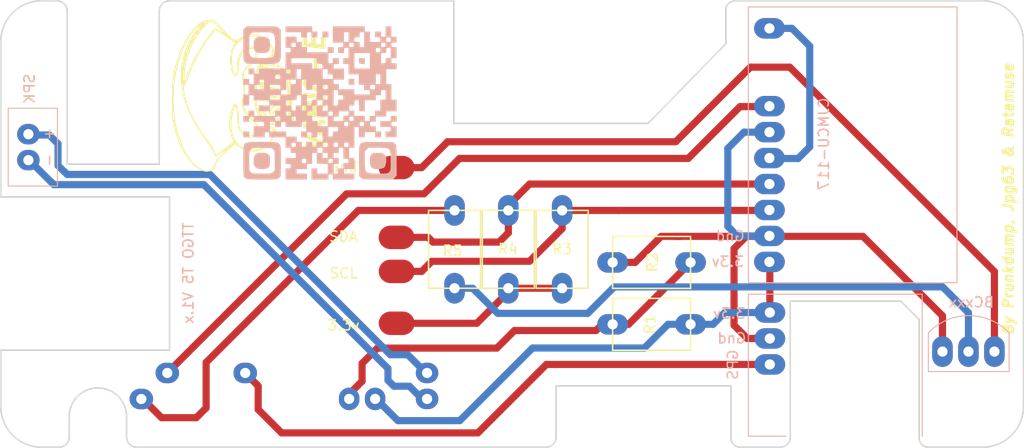
<source format=kicad_pcb>
(kicad_pcb (version 20171130) (host pcbnew "(5.0.0)")

  (general
    (thickness 1.6)
    (drawings 52)
    (tracks 134)
    (zones 0)
    (modules 17)
    (nets 15)
  )

  (page A4)
  (title_block
    (title "GNU Vario E")
    (date 2019-07-25)
    (rev "V 1.10")
    (company Ratamuse)
  )

  (layers
    (0 F.Cu signal)
    (31 B.Cu signal)
    (32 B.Adhes user hide)
    (33 F.Adhes user hide)
    (34 B.Paste user hide)
    (35 F.Paste user hide)
    (36 B.SilkS user)
    (37 F.SilkS user)
    (38 B.Mask user)
    (39 F.Mask user)
    (40 Dwgs.User user hide)
    (41 Cmts.User user hide)
    (42 Eco1.User user hide)
    (43 Eco2.User user hide)
    (44 Edge.Cuts user)
    (45 Margin user hide)
    (46 B.CrtYd user hide)
    (47 F.CrtYd user hide)
    (48 B.Fab user hide)
    (49 F.Fab user hide)
  )

  (setup
    (last_trace_width 0.7)
    (trace_clearance 0.3)
    (zone_clearance 0.1)
    (zone_45_only no)
    (trace_min 0.2)
    (segment_width 0.2)
    (edge_width 0.2)
    (via_size 0.8)
    (via_drill 0.4)
    (via_min_size 0.4)
    (via_min_drill 0.3)
    (uvia_size 0.3)
    (uvia_drill 0.1)
    (uvias_allowed no)
    (uvia_min_size 0.2)
    (uvia_min_drill 0.1)
    (pcb_text_width 0.3)
    (pcb_text_size 1.5 1.5)
    (mod_edge_width 0.15)
    (mod_text_size 1 1)
    (mod_text_width 0.15)
    (pad_size 1.5 1.5)
    (pad_drill 1)
    (pad_to_mask_clearance 0.2)
    (aux_axis_origin 0 0)
    (visible_elements 7FFFFFFF)
    (pcbplotparams
      (layerselection 0x010f0_ffffffff)
      (usegerberextensions true)
      (usegerberattributes true)
      (usegerberadvancedattributes false)
      (creategerberjobfile false)
      (excludeedgelayer false)
      (linewidth 0.100000)
      (plotframeref false)
      (viasonmask false)
      (mode 1)
      (useauxorigin true)
      (hpglpennumber 1)
      (hpglpenspeed 20)
      (hpglpendiameter 15.000000)
      (psnegative false)
      (psa4output false)
      (plotreference true)
      (plotvalue true)
      (plotinvisibletext false)
      (padsonsilk true)
      (subtractmaskfromsilk false)
      (outputformat 1)
      (mirror false)
      (drillshape 0)
      (scaleselection 1)
      (outputdirectory "JLCPCB/"))
  )

  (net 0 "")
  (net 1 "Net-(J1-Pad5)")
  (net 2 "Net-(CJMCU_117-Pad4)")
  (net 3 "Net-(CJMCU_117-Pad1)")
  (net 4 "Net-(CJMCU_117-Pad3)")
  (net 5 "Net-(R1-Pad1)")
  (net 6 "Net-(R5-Pad1)")
  (net 7 "Net-(CJMCU_117-Pad10)")
  (net 8 "Net-(CJMCU_117-Pad7)")
  (net 9 "Net-(GPS1-Pad3)")
  (net 10 "Net-(Speaker1-Pad2)")
  (net 11 "Net-(Speaker1-Pad1)")
  (net 12 "Net-(BCxxx1-Pad1)")
  (net 13 "Net-(BCxxx1-Pad2)")
  (net 14 "Net-(BCxxx1-Pad3)")

  (net_class Default "Ceci est la Netclass par défaut."
    (clearance 0.3)
    (trace_width 0.7)
    (via_dia 0.8)
    (via_drill 0.4)
    (uvia_dia 0.3)
    (uvia_drill 0.1)
    (add_net "Net-(BCxxx1-Pad1)")
    (add_net "Net-(BCxxx1-Pad2)")
    (add_net "Net-(BCxxx1-Pad3)")
    (add_net "Net-(CJMCU_117-Pad1)")
    (add_net "Net-(CJMCU_117-Pad10)")
    (add_net "Net-(CJMCU_117-Pad3)")
    (add_net "Net-(CJMCU_117-Pad4)")
    (add_net "Net-(CJMCU_117-Pad7)")
    (add_net "Net-(GPS1-Pad3)")
    (add_net "Net-(J1-Pad5)")
    (add_net "Net-(R1-Pad1)")
    (add_net "Net-(R5-Pad1)")
    (add_net "Net-(Speaker1-Pad1)")
    (add_net "Net-(Speaker1-Pad2)")
  )

  (module GNU_Vario_E:Transistor (layer F.Cu) (tedit 5D2918B7) (tstamp 5D2956DD)
    (at 193.65 107.37 180)
    (path /5D03B273)
    (fp_text reference BCxxx1 (at -5.5 -2.36 180) (layer Dwgs.User)
      (effects (font (size 1 1) (thickness 0.15)))
    )
    (fp_text value S8050 (at -6.31 -5.29 180) (layer Dwgs.User)
      (effects (font (size 1 1) (thickness 0.15)))
    )
    (fp_text user BCxxx (at 4.79 2.29 180) (layer B.SilkS)
      (effects (font (size 1 1) (thickness 0.15)) (justify mirror))
    )
    (fp_arc (start 5.05 -4.5) (end 1.100001 -0.700001) (angle -92.2) (layer B.SilkS) (width 0.1))
    (fp_line (start 1.1 -4.5) (end 9 -4.5) (layer B.SilkS) (width 0.1))
    (fp_line (start 1.1 -0.7) (end 1.1 -4.5) (layer B.SilkS) (width 0.1))
    (fp_line (start 9 -0.7) (end 9 -4.5) (layer B.SilkS) (width 0.1))
    (pad 3 thru_hole oval (at 7.62 -2.54 180) (size 2 3) (drill 1) (layers *.Cu *.Mask)
      (net 14 "Net-(BCxxx1-Pad3)"))
    (pad 2 thru_hole oval (at 5.08 -2.54 180) (size 2 3) (drill 1) (layers *.Cu *.Mask)
      (net 13 "Net-(BCxxx1-Pad2)"))
    (pad 1 thru_hole oval (at 2.54 -2.54 180) (size 2 3) (drill 1) (layers *.Cu *.Mask)
      (net 12 "Net-(BCxxx1-Pad1)"))
  )

  (module GNU_Vario_E:TTGO_T5_V1.x (layer F.Cu) (tedit 5D2911E1) (tstamp 5D291FED)
    (at 136.184546 112.224532 90)
    (tags TTGO)
    (path /5D2966E0)
    (fp_text reference TTGO_T5_V1.x1 (at 10.444532 -23.214546 90) (layer F.Fab)
      (effects (font (size 1 1) (thickness 0.15)) (justify mirror))
    )
    (fp_text value NIL (at 13.02 -34.57 90) (layer F.Fab)
      (effects (font (size 1 1) (thickness 0.15)))
    )
    (fp_text user "TTGO T5 V1.x" (at 10 -23.9 90) (layer B.SilkS)
      (effects (font (size 1 1) (thickness 0.15)) (justify mirror))
    )
    (fp_line (start -7.06 0) (end -7.06 -35.7) (layer Dwgs.User) (width 0.15))
    (fp_line (start -7.06 -35.7) (end 20.64 -35.7) (layer Dwgs.User) (width 0.15))
    (fp_line (start 36.64 -26.7) (end 36.64 2.1) (layer Dwgs.User) (width 0.15))
    (fp_line (start 36.64 30.1) (end -7.06 30.1) (layer Dwgs.User) (width 0.15))
    (fp_line (start -7.06 12.1) (end -7.06 0) (layer Dwgs.User) (width 0.15))
    (fp_line (start -7.06 22.1) (end -1.07 22.1) (layer Dwgs.User) (width 0.15))
    (fp_line (start -1.07 22.1) (end -1.07 12.1) (layer Dwgs.User) (width 0.15))
    (fp_line (start -1.07 12.1) (end -7.06 12.1) (layer Dwgs.User) (width 0.15))
    (fp_line (start -7.06 22.1) (end -7.06 30.1) (layer Dwgs.User) (width 0.15))
    (fp_line (start 20.64 -35.7) (end 20.64 -26.7) (layer Dwgs.User) (width 0.15))
    (fp_line (start 20.64 -26.7) (end 36.64 -26.7) (layer Dwgs.User) (width 0.15))
    (fp_line (start 36.64 21.1) (end 24.64 21.1) (layer Dwgs.User) (width 0.15))
    (fp_line (start 24.64 21.1) (end 24.64 2.1) (layer Dwgs.User) (width 0.15))
    (fp_line (start 24.64 2.1) (end 36.64 2.1) (layer Dwgs.User) (width 0.15))
    (fp_line (start 36.64 21.1) (end 36.64 30.1) (layer Dwgs.User) (width 0.15))
    (fp_circle (center 33.63 25.66) (end 34.83 25.66) (layer Dwgs.User) (width 0.15))
    (fp_circle (center -4.05 -32.7) (end -2.85 -32.7) (layer Dwgs.User) (width 0.15))
    (fp_circle (center -4.05 25.68) (end -2.85 25.68) (layer Dwgs.User) (width 0.15))
    (pad "" np_thru_hole circle (at 0.21 -28.49 90) (size 1 1) (drill 1) (layers *.Cu *.Mask))
    (pad "" np_thru_hole circle (at 0.21 -23.41 90) (size 1 1) (drill 1) (layers *.Cu *.Mask))
    (pad "" np_thru_hole circle (at 0.21 -20.87 90) (size 1 1) (drill 1) (layers *.Cu *.Mask))
    (pad "" np_thru_hole circle (at -2.33 -3.09 90) (size 1 1) (drill 1) (layers *.Cu *.Mask))
    (pad "" np_thru_hole circle (at 0.21 -3.09 90) (size 1 1) (drill 1) (layers *.Cu *.Mask))
    (pad "" np_thru_hole circle (at 0.21 -5.63 90) (size 1 1) (drill 1) (layers *.Cu *.Mask))
    (pad "" np_thru_hole circle (at 0.21 -15.79 90) (size 1 1) (drill 1) (layers *.Cu *.Mask))
    (pad "" np_thru_hole circle (at 0.21 -13.25 90) (size 1 1) (drill 1) (layers *.Cu *.Mask))
    (pad "" np_thru_hole circle (at 0.21 -8.17 90) (size 1 1) (drill 1) (layers *.Cu *.Mask))
    (pad "" np_thru_hole circle (at 0.21 -10.71 90) (size 1 1) (drill 1) (layers *.Cu *.Mask))
    (pad "" np_thru_hole circle (at -2.33 -10.71 90) (size 1 1) (drill 1) (layers *.Cu *.Mask))
    (pad "" np_thru_hole circle (at -2.33 -13.25 90) (size 1 1) (drill 1) (layers *.Cu *.Mask))
    (pad "" np_thru_hole circle (at -2.33 -15.79 90) (size 1 1) (drill 1) (layers *.Cu *.Mask))
    (pad "" np_thru_hole circle (at -2.33 -18.33 90) (size 1 1) (drill 1) (layers *.Cu *.Mask))
    (pad "" np_thru_hole circle (at -2.33 -20.87 90) (size 1 1) (drill 1) (layers *.Cu *.Mask))
    (pad "" np_thru_hole circle (at -2.33 -23.41 90) (size 1 1) (drill 1) (layers *.Cu *.Mask))
    (pad "" np_thru_hole circle (at -2.33 -25.95 90) (size 1 1) (drill 1) (layers *.Cu *.Mask))
    (pad 13 thru_hole oval (at 0.22 -0.55 90) (size 2 2.2) (drill 1) (layers *.Cu *.Mask)
      (net 11 "Net-(Speaker1-Pad1)"))
    (pad 1 thru_hole oval (at -2.32 -0.55 90) (size 2 2.2) (drill 1) (layers *.Cu *.Mask)
      (net 10 "Net-(Speaker1-Pad2)"))
    (pad 12 thru_hole oval (at -2.33 -28.49 90) (size 2 2.3) (drill 1) (layers *.Cu *.Mask)
      (net 6 "Net-(R5-Pad1)"))
    (pad 3 thru_hole oval (at -2.32 -5.63 90) (size 2.2 2) (drill 1) (layers *.Cu *.Mask)
      (net 3 "Net-(CJMCU_117-Pad1)"))
    (pad 4 thru_hole oval (at -2.32 -8.17 90) (size 2.2 2) (drill 1) (layers *.Cu *.Mask)
      (net 5 "Net-(R1-Pad1)"))
    (pad 20 thru_hole oval (at 0.22 -18.33 90) (size 2 2.3) (drill 1) (layers *.Cu *.Mask)
      (net 9 "Net-(GPS1-Pad3)"))
    (pad 23 thru_hole oval (at 0.22 -25.95 90) (size 2 2.3) (drill 1) (layers *.Cu *.Mask)
      (net 8 "Net-(CJMCU_117-Pad7)"))
  )

  (module GNU_Vario_E:Speaker (layer F.Cu) (tedit 5D2B2152) (tstamp 5D291FBF)
    (at 99.19 93.71 90)
    (path /5D129FC5)
    (fp_text reference Speaker1 (at 9.5 -2.4 90) (layer F.Fab) hide
      (effects (font (size 1 1) (thickness 0.15)) (justify mirror))
    )
    (fp_text value "4-8 ohms" (at 4 -7.5 90) (layer F.Fab)
      (effects (font (size 1 1) (thickness 0.15)))
    )
    (fp_text user SPK (at 9.53 -2.43 90) (layer B.SilkS)
      (effects (font (size 1 1) (thickness 0.15)) (justify mirror))
    )
    (fp_line (start 0 0.3) (end 0 -4.51) (layer B.SilkS) (width 0.1))
    (fp_line (start 0 -4.51) (end 7.62 -4.51) (layer B.SilkS) (width 0.1))
    (fp_line (start 7.62 -4.51) (end 7.62 0.3) (layer B.SilkS) (width 0.1))
    (fp_line (start 7.62 0.3) (end 0 0.3) (layer B.SilkS) (width 0.1))
    (fp_text user + (at 5.1 -0.54 90) (layer B.SilkS)
      (effects (font (size 1 1) (thickness 0.15)) (justify mirror))
    )
    (fp_text user - (at 2.53 -0.54 90) (layer B.SilkS)
      (effects (font (size 1 1) (thickness 0.15)) (justify mirror))
    )
    (pad 2 thru_hole oval (at 2.54 -2.54 90) (size 2 2.2) (drill 1) (layers *.Cu *.Mask)
      (net 10 "Net-(Speaker1-Pad2)"))
    (pad 1 thru_hole oval (at 5.08 -2.54 90) (size 2 2.2) (drill 1) (layers *.Cu *.Mask)
      (net 11 "Net-(Speaker1-Pad1)"))
  )

  (module GNU_Vario_E:GPS (layer F.Cu) (tedit 5D291303) (tstamp 5D291FA8)
    (at 169.15 106.09 270)
    (path /5D2992A3)
    (fp_text reference GPS1 (at 4.71 -7.3 270) (layer Dwgs.User)
      (effects (font (size 1 1) (thickness 0.15)))
    )
    (fp_text value ATGM336H (at 7.84 2.92 270) (layer F.Fab)
      (effects (font (size 1 1) (thickness 0.15)) (justify mirror))
    )
    (fp_text user GPS (at 5.1 3.62 270) (layer B.SilkS)
      (effects (font (size 1 1) (thickness 0.15)) (justify mirror))
    )
    (fp_line (start -1.8 2.1) (end -1.8 -14.9) (layer B.SilkS) (width 0.1))
    (fp_line (start -1.8 -14.9) (end 12.1 -14.9) (layer B.SilkS) (width 0.1))
    (fp_line (start 12.1 -1.6) (end 12.1 2.1) (layer B.SilkS) (width 0.1))
    (fp_line (start 12.1 2.1) (end -1.8 2.1) (layer B.SilkS) (width 0.1))
    (fp_text user 3.3v (at 0.09 3.97) (layer B.SilkS)
      (effects (font (size 1 1) (thickness 0.15)) (justify mirror))
    )
    (fp_text user Gnd (at 2.51 3.72) (layer B.SilkS)
      (effects (font (size 1 1) (thickness 0.15)) (justify mirror))
    )
    (pad 2 thru_hole oval (at 2.54 0 270) (size 2 3) (drill 1) (layers *.Cu *.Mask)
      (net 14 "Net-(BCxxx1-Pad3)"))
    (pad 3 thru_hole oval (at 5.08 0 270) (size 2 3) (drill 1) (layers *.Cu *.Mask)
      (net 9 "Net-(GPS1-Pad3)"))
    (pad 1 thru_hole oval (at 0 0 270) (size 2 3) (drill 1) (layers *.Cu *.Mask)
      (net 3 "Net-(CJMCU_117-Pad1)"))
    (pad "" np_thru_hole circle (at 7.62 0 270) (size 1 1) (drill 1) (layers *.Cu *.Mask))
    (pad "" np_thru_hole circle (at 10.16 0 270) (size 1 1) (drill 1) (layers *.Cu *.Mask))
  )

  (module GNU_Vario_E:CJMCU-117 (layer F.Cu) (tedit 5D2B164F) (tstamp 5D291F99)
    (at 171.65 90.97 90)
    (path /5D293ACF)
    (fp_text reference CJMCU_117 (at 0 6.35 90) (layer Dwgs.User) hide
      (effects (font (size 1 1) (thickness 0.15)))
    )
    (fp_text value MPU-9250+MS5611 (at 1.43 2.75 90) (layer F.Fab)
      (effects (font (size 1 1) (thickness 0.15)) (justify mirror))
    )
    (fp_text user CJMCU-117 (at 1.39 2.77 90) (layer B.SilkS)
      (effects (font (size 1 1) (thickness 0.15)) (justify mirror))
    )
    (fp_line (start -12.2 -4.6) (end 14.8 -4.6) (layer B.SilkS) (width 0.1))
    (fp_line (start -12.2 15.8) (end -12.2 -4.6) (layer B.SilkS) (width 0.1))
    (fp_line (start 14.8 -4.6) (end 14.8 15.8) (layer B.SilkS) (width 0.1))
    (fp_line (start 14.8 15.8) (end -12.2 15.8) (layer B.SilkS) (width 0.1))
    (fp_text user 3.3v (at -10.14 -6.61) (layer B.SilkS)
      (effects (font (size 1 1) (thickness 0.15)) (justify mirror))
    )
    (fp_text user Gnd (at -7.63 -6.37) (layer B.SilkS)
      (effects (font (size 1 1) (thickness 0.15)) (justify mirror))
    )
    (pad 10 thru_hole oval (at 12.7 -2.54 90) (size 2 3) (drill 1) (layers *.Cu *.Mask)
      (net 7 "Net-(CJMCU_117-Pad10)"))
    (pad 7 thru_hole oval (at 5.08 -2.54 90) (size 2 3) (drill 1) (layers *.Cu *.Mask)
      (net 8 "Net-(CJMCU_117-Pad7)"))
    (pad 4 thru_hole oval (at -2.54 -2.54 90) (size 2 3) (drill 1) (layers *.Cu *.Mask)
      (net 2 "Net-(CJMCU_117-Pad4)"))
    (pad 6 thru_hole oval (at 2.54 -2.54 90) (size 2 3) (drill 1) (layers *.Cu *.Mask)
      (net 14 "Net-(BCxxx1-Pad3)"))
    (pad 5 thru_hole oval (at 0 -2.54 90) (size 2 3) (drill 1) (layers *.Cu *.Mask)
      (net 7 "Net-(CJMCU_117-Pad10)"))
    (pad 1 thru_hole oval (at -10.16 -2.54 90) (size 2 3) (drill 1) (layers *.Cu *.Mask)
      (net 3 "Net-(CJMCU_117-Pad1)"))
    (pad 2 thru_hole oval (at -7.62 -2.54 90) (size 2 3) (drill 1) (layers *.Cu *.Mask)
      (net 14 "Net-(BCxxx1-Pad3)"))
    (pad 3 thru_hole oval (at -5.08 -2.54 90) (size 2 3) (drill 1) (layers *.Cu *.Mask)
      (net 4 "Net-(CJMCU_117-Pad3)"))
    (pad "" np_thru_hole circle (at 7.62 -2.54 90) (size 1 1) (drill 1) (layers *.Cu *.Mask))
    (pad "" np_thru_hole circle (at 10.16 -2.54 90) (size 1 1) (drill 1) (layers *.Cu *.Mask))
  )

  (module GNU_Vario_E:logo (layer F.Cu) (tedit 0) (tstamp 5D29B153)
    (at 115.96 84.56 90)
    (fp_text reference G*** (at 0 0 90) (layer F.SilkS) hide
      (effects (font (size 1.524 1.524) (thickness 0.3)))
    )
    (fp_text value LOGO (at 0.75 0 90) (layer F.SilkS) hide
      (effects (font (size 1.524 1.524) (thickness 0.3)))
    )
    (fp_poly (pts (xy 0.194637 -5.250746) (xy 0.8344 -5.231325) (xy 1.348339 -5.192859) (xy 1.80051 -5.128851)
      (xy 2.254962 -5.032807) (xy 2.695426 -4.919911) (xy 3.852674 -4.544719) (xy 4.897655 -4.078541)
      (xy 5.785466 -3.545107) (xy 6.471203 -2.968144) (xy 6.550986 -2.882512) (xy 6.900489 -2.451625)
      (xy 7.058543 -2.143121) (xy 7.063712 -1.988065) (xy 7.067058 -1.66818) (xy 7.125787 -1.498239)
      (xy 7.158573 -1.36518) (xy 7.098343 -1.203144) (xy 6.917614 -0.974705) (xy 6.588905 -0.642435)
      (xy 6.289277 -0.359034) (xy 5.77124 0.132671) (xy 5.423392 0.494029) (xy 5.225639 0.762942)
      (xy 5.157885 0.977314) (xy 5.200038 1.175048) (xy 5.332001 1.394047) (xy 5.347939 1.416576)
      (xy 5.634923 2.019698) (xy 5.706357 2.668253) (xy 5.581901 3.311785) (xy 5.281212 3.899843)
      (xy 4.823947 4.381972) (xy 4.229764 4.707718) (xy 4.04395 4.763431) (xy 3.834587 4.78837)
      (xy 3.670456 4.706287) (xy 3.490029 4.470849) (xy 3.351394 4.241887) (xy 2.996386 3.636112)
      (xy 2.836712 4.501259) (xy 2.684278 5.131768) (xy 2.487392 5.542798) (xy 2.220572 5.76816)
      (xy 1.858337 5.841666) (xy 1.826284 5.842) (xy 1.523145 5.798357) (xy 1.321742 5.643253)
      (xy 1.206781 5.34042) (xy 1.162967 4.853595) (xy 1.167776 4.443423) (xy 1.27 4.443423)
      (xy 1.318755 5.088268) (xy 1.461553 5.510243) (xy 1.693186 5.704) (xy 2.008452 5.664194)
      (xy 2.285657 5.486814) (xy 2.457109 5.286358) (xy 2.569581 4.977636) (xy 2.646392 4.492595)
      (xy 2.655569 4.407314) (xy 2.686424 3.940595) (xy 2.673362 3.653153) (xy 2.628868 3.562615)
      (xy 2.565429 3.686612) (xy 2.495532 4.042774) (xy 2.479871 4.15925) (xy 2.353695 4.781692)
      (xy 2.162325 5.197452) (xy 1.915705 5.387388) (xy 1.83663 5.3975) (xy 1.70978 5.372082)
      (xy 1.630829 5.261641) (xy 1.584922 5.014895) (xy 1.557206 4.580562) (xy 1.550333 4.409102)
      (xy 1.508795 3.863165) (xy 1.44499 3.566508) (xy 1.374412 3.517234) (xy 1.312556 3.713447)
      (xy 1.274917 4.153249) (xy 1.27 4.443423) (xy 1.167776 4.443423) (xy 1.169633 4.285038)
      (xy 1.193348 3.768915) (xy 1.229067 3.456625) (xy 1.29073 3.298009) (xy 1.392278 3.242908)
      (xy 1.4605 3.2385) (xy 1.590367 3.260996) (xy 1.666565 3.363578) (xy 1.703131 3.598881)
      (xy 1.714101 4.019543) (xy 1.7145 4.191) (xy 1.730219 4.654702) (xy 1.771766 5.008216)
      (xy 1.830724 5.18515) (xy 1.8415 5.19275) (xy 2.000242 5.137581) (xy 2.140213 4.883693)
      (xy 2.241422 4.486365) (xy 2.28388 4.000874) (xy 2.284127 3.96875) (xy 2.315124 3.515973)
      (xy 2.404623 3.308322) (xy 2.44475 3.293949) (xy 2.47566 3.251318) (xy 2.3495 3.183085)
      (xy 2.109889 3.135157) (xy 1.676615 3.092418) (xy 1.109997 3.057467) (xy 0.470359 3.032905)
      (xy -0.181978 3.021333) (xy -0.786691 3.025351) (xy -1.0795 3.035259) (xy -1.437886 3.058667)
      (xy -1.573635 3.093948) (xy -1.518083 3.156586) (xy -1.423617 3.205293) (xy -1.193936 3.392919)
      (xy -1.19359 3.585787) (xy -1.403627 3.735574) (xy -1.652041 3.787715) (xy -2.148179 3.934647)
      (xy -2.500023 4.243) (xy -2.661562 4.668285) (xy -2.667 4.769087) (xy -2.582908 5.178024)
      (xy -2.34667 5.399776) (xy -1.982348 5.412237) (xy -1.97015 5.409262) (xy -1.709289 5.262818)
      (xy -1.675249 5.052715) (xy -1.875158 4.842776) (xy -1.905 4.826) (xy -2.085269 4.646442)
      (xy -2.155448 4.418806) (xy -2.103449 4.238314) (xy -1.985628 4.191) (xy -1.74292 4.274317)
      (xy -1.460656 4.473031) (xy -1.230349 4.710279) (xy -1.143 4.898717) (xy -1.071409 5.061723)
      (xy -1.016 5.08) (xy -0.950712 4.962627) (xy -0.93747 4.870308) (xy -0.744771 4.870308)
      (xy -0.74397 5.236774) (xy -0.723729 5.486244) (xy -0.682636 5.550962) (xy -0.682242 5.550574)
      (xy -0.625701 5.390016) (xy -0.562006 5.057278) (xy -0.518426 4.735657) (xy -0.43437 4.0005)
      (xy -0.075127 4.699) (xy 0.229293 5.259035) (xy 0.452619 5.580972) (xy 0.606199 5.66184)
      (xy 0.701382 5.498667) (xy 0.749515 5.088483) (xy 0.762 4.479838) (xy 0.749471 3.90899)
      (xy 0.715727 3.58519) (xy 0.66653 3.509978) (xy 0.607641 3.68489) (xy 0.544824 4.111465)
      (xy 0.514275 4.413706) (xy 0.436797 5.2705) (xy -0.060278 4.318) (xy -0.301754 3.861264)
      (xy -0.454237 3.603963) (xy -0.544814 3.519606) (xy -0.600572 3.581704) (xy -0.644651 3.7465)
      (xy -0.6937 4.057415) (xy -0.727544 4.454603) (xy -0.744771 4.870308) (xy -0.93747 4.870308)
      (xy -0.905646 4.648447) (xy -0.889 4.198495) (xy -0.853669 3.622445) (xy -0.751899 3.290244)
      (xy -0.590029 3.202388) (xy -0.374397 3.359375) (xy -0.11134 3.761703) (xy 0.067697 4.123419)
      (xy 0.360189 4.7625) (xy 0.370594 4.03225) (xy 0.383827 3.621036) (xy 0.427249 3.40288)
      (xy 0.529016 3.316849) (xy 0.708034 3.302) (xy 1.035068 3.302) (xy 0.947358 4.47675)
      (xy 0.898264 5.003802) (xy 0.839967 5.434912) (xy 0.781856 5.706989) (xy 0.75586 5.763613)
      (xy 0.554628 5.831363) (xy 0.313567 5.670019) (xy 0.054281 5.296949) (xy -0.031399 5.13075)
      (xy -0.3175 4.53826) (xy -0.381 5.157277) (xy -0.448465 5.56107) (xy -0.560041 5.766091)
      (xy -0.675752 5.820193) (xy -0.897825 5.757338) (xy -0.972047 5.615363) (xy -1.029305 5.460315)
      (xy -1.123597 5.469216) (xy -1.322132 5.651692) (xy -1.338273 5.667817) (xy -1.749849 5.914495)
      (xy -2.234808 5.957135) (xy -2.712543 5.7937) (xy -2.840373 5.705782) (xy -3.103186 5.349989)
      (xy -3.199258 4.876438) (xy -3.171578 4.672496) (xy -3.025332 4.672496) (xy -2.98931 5.1427)
      (xy -2.870791 5.39504) (xy -2.675066 5.609567) (xy -2.400834 5.701059) (xy -2.117973 5.715)
      (xy -1.744591 5.681301) (xy -1.471011 5.597088) (xy -1.4224 5.5626) (xy -1.291358 5.276882)
      (xy -1.331859 4.938526) (xy -1.505958 4.637341) (xy -1.775714 4.463137) (xy -1.892934 4.448861)
      (xy -2.019714 4.469679) (xy -1.925511 4.551192) (xy -1.874808 4.5813) (xy -1.633015 4.799139)
      (xy -1.516745 4.966557) (xy -1.465361 5.245327) (xy -1.599539 5.454296) (xy -1.856638 5.577619)
      (xy -2.174017 5.599452) (xy -2.489036 5.503951) (xy -2.738797 5.275661) (xy -2.880289 4.856029)
      (xy -2.807549 4.421598) (xy -2.551689 4.02331) (xy -2.143823 3.712109) (xy -1.685512 3.551061)
      (xy -1.2065 3.458209) (xy -1.680747 3.443604) (xy -2.169672 3.537395) (xy -2.580252 3.812022)
      (xy -2.877226 4.209662) (xy -3.025332 4.672496) (xy -3.171578 4.672496) (xy -3.128978 4.358636)
      (xy -2.892735 3.870095) (xy -2.830221 3.787994) (xy -2.638519 3.546655) (xy -2.607129 3.481491)
      (xy -2.731328 3.575594) (xy -2.783178 3.6195) (xy -3.020689 3.89739) (xy -3.253127 4.283822)
      (xy -3.313945 4.41325) (xy -3.48495 4.734297) (xy -3.650113 4.926904) (xy -3.710237 4.951759)
      (xy -3.908966 4.900294) (xy -4.249465 4.76892) (xy -4.532967 4.643476) (xy -5.089567 4.284544)
      (xy -5.481751 3.783309) (xy -5.743157 3.09518) (xy -5.764093 3.011491) (xy -5.777146 2.639607)
      (xy -5.586872 2.639607) (xy -5.490339 3.269313) (xy -5.229975 3.835068) (xy -4.819903 4.275951)
      (xy -4.533564 4.444076) (xy -4.085378 4.621302) (xy -3.791327 4.655495) (xy -3.585394 4.530308)
      (xy -3.401563 4.229393) (xy -3.3655 4.15483) (xy -2.966122 3.585304) (xy -2.650033 3.3655)
      (xy -2.413 3.3655) (xy -2.3495 3.429) (xy -2.286 3.3655) (xy -2.3495 3.302)
      (xy -2.413 3.3655) (xy -2.650033 3.3655) (xy -2.467401 3.2385) (xy -2.159 3.2385)
      (xy -2.0955 3.302) (xy -2.032 3.2385) (xy -2.0955 3.175) (xy -2.159 3.2385)
      (xy -2.467401 3.2385) (xy -2.381506 3.17877) (xy -1.611417 2.929945) (xy -1.282446 2.869481)
      (xy -0.966097 2.829219) (xy -0.607947 2.807147) (xy -0.153574 2.801255) (xy 0.451444 2.809529)
      (xy 1.165436 2.827309) (xy 1.867517 2.880975) (xy 2.406472 3.022939) (xy 2.841051 3.29067)
      (xy 3.230002 3.721636) (xy 3.632074 4.353305) (xy 3.674418 4.427458) (xy 3.868489 4.540881)
      (xy 4.185685 4.507058) (xy 4.55816 4.346212) (xy 4.918066 4.078567) (xy 4.950313 4.047148)
      (xy 5.341892 3.497862) (xy 5.515853 2.89096) (xy 5.486498 2.272411) (xy 5.268127 1.688182)
      (xy 4.87504 1.184244) (xy 4.32154 0.806563) (xy 3.894561 0.653551) (xy 3.443747 0.596216)
      (xy 2.905519 0.605887) (xy 2.382444 0.673376) (xy 1.977089 0.789495) (xy 1.893105 0.83285)
      (xy 1.796581 0.9552) (xy 1.90715 1.043668) (xy 2.178385 1.080023) (xy 2.472473 1.060359)
      (xy 3.027495 1.070608) (xy 3.548581 1.230577) (xy 3.995281 1.504448) (xy 4.327143 1.856402)
      (xy 4.503716 2.250621) (xy 4.484548 2.651285) (xy 4.423327 2.787786) (xy 4.242741 3.009538)
      (xy 3.981912 3.092225) (xy 3.753333 3.095513) (xy 3.463064 3.058455) (xy 3.210692 2.939935)
      (xy 2.925497 2.696042) (xy 2.656987 2.414734) (xy 2.045811 1.749941) (xy 0.927655 1.837485)
      (xy 0.186024 1.869618) (xy -0.348403 1.835496) (xy -0.561813 1.782769) (xy -0.975119 1.695633)
      (xy -1.392653 1.771106) (xy -1.856199 2.025889) (xy -2.407542 2.476683) (xy -2.49169 2.55413)
      (xy -3.036553 3.012432) (xy -3.470492 3.258482) (xy -3.816521 3.295844) (xy -4.097651 3.128083)
      (xy -4.298988 2.834099) (xy -4.433682 2.406634) (xy -4.347413 2.008643) (xy -4.028954 1.590663)
      (xy -4.013201 1.5748) (xy -3.772826 1.350785) (xy -3.556768 1.220764) (xy -3.283163 1.15831)
      (xy -2.87015 1.136996) (xy -2.647951 1.134073) (xy -2.151398 1.116203) (xy -1.72895 1.077669)
      (xy -1.468199 1.026612) (xy -1.4605 1.023687) (xy -1.356621 0.95456) (xy -1.42814 0.87843)
      (xy -1.704591 0.774385) (xy -1.896301 0.715113) (xy -2.769006 0.54431) (xy -3.591502 0.556644)
      (xy -4.321883 0.743109) (xy -4.918244 1.094699) (xy -5.23194 1.432024) (xy -5.505447 2.00687)
      (xy -5.586872 2.639607) (xy -5.777146 2.639607) (xy -5.779926 2.56042) (xy -5.668747 2.015414)
      (xy -5.458226 1.484008) (xy -5.305778 1.230365) (xy -5.049818 0.870902) (xy -5.361605 0.530701)
      (xy -5.632546 0.233195) (xy -5.971763 -0.141701) (xy -6.145705 -0.334777) (xy -6.478395 -0.646433)
      (xy -6.813199 -0.869337) (xy -6.976702 -0.931791) (xy -7.428982 -1.122434) (xy -7.684546 -1.473741)
      (xy -7.747 -1.867332) (xy -7.717013 -2.005059) (xy -7.612837 -2.005059) (xy -7.585895 -1.61594)
      (xy -7.357167 -1.308274) (xy -7.016808 -1.135869) (xy -6.621987 -0.933493) (xy -6.248152 -0.62763)
      (xy -6.182004 -0.554501) (xy -5.919794 -0.261717) (xy -5.777769 -0.141883) (xy -5.772361 -0.199345)
      (xy -5.920006 -0.438452) (xy -5.960353 -0.495856) (xy -6.16864 -0.832789) (xy -6.183488 -0.94701)
      (xy -6.073007 -0.94701) (xy -5.450798 -0.11178) (xy -4.828588 0.723451) (xy -4.102342 0.478272)
      (xy -3.488988 0.327053) (xy -2.877051 0.308044) (xy -2.187848 0.424734) (xy -1.61925 0.588398)
      (xy -1.208941 0.759206) (xy -1.040172 0.920603) (xy -1.100487 1.062473) (xy -1.377427 1.174695)
      (xy -1.858535 1.247151) (xy -2.458407 1.27) (xy -2.972535 1.280601) (xy -3.313608 1.32556)
      (xy -3.562151 1.424606) (xy -3.79869 1.597471) (xy -3.800256 1.598789) (xy -4.088903 1.967454)
      (xy -4.199941 2.391387) (xy -4.122318 2.791016) (xy -3.991429 2.975428) (xy -3.78404 3.127935)
      (xy -3.563919 3.143319) (xy -3.287169 3.005339) (xy -2.909892 2.697756) (xy -2.689322 2.493731)
      (xy -2.305307 2.145639) (xy -1.957078 1.85572) (xy -1.712603 1.680181) (xy -1.6911 1.668231)
      (xy -1.21452 1.538708) (xy -0.669643 1.563955) (xy -0.323549 1.671352) (xy -0.060825 1.744407)
      (xy 0.295824 1.744959) (xy 0.81755 1.672432) (xy 0.87903 1.661587) (xy 1.429058 1.582553)
      (xy 1.834197 1.596131) (xy 2.173462 1.730492) (xy 2.52587 2.013808) (xy 2.87726 2.374026)
      (xy 3.201238 2.696393) (xy 3.446756 2.859524) (xy 3.690252 2.905484) (xy 3.82976 2.89819)
      (xy 4.138716 2.828071) (xy 4.274407 2.660313) (xy 4.297566 2.552796) (xy 4.249245 2.092689)
      (xy 3.982742 1.71612) (xy 3.525751 1.442901) (xy 2.905969 1.292849) (xy 2.504607 1.27)
      (xy 2.031234 1.232192) (xy 1.711023 1.131226) (xy 1.576519 0.985782) (xy 1.660263 0.814545)
      (xy 1.681183 0.797276) (xy 2.169845 0.548671) (xy 2.796185 0.415928) (xy 3.469088 0.404596)
      (xy 4.097438 0.520221) (xy 4.377733 0.633079) (xy 4.680078 0.779292) (xy 4.865018 0.853579)
      (xy 4.889717 0.855329) (xy 4.964671 0.74446) (xy 5.148834 0.475445) (xy 5.407272 0.099278)
      (xy 5.50163 -0.037835) (xy 5.775223 -0.446034) (xy 5.981201 -0.773952) (xy 6.085474 -0.966572)
      (xy 6.091813 -0.990335) (xy 5.994027 -1.098905) (xy 5.734467 -1.318241) (xy 5.358064 -1.611502)
      (xy 5.096419 -1.806452) (xy 3.661861 -2.726649) (xy 2.147977 -3.451942) (xy 1.511954 -3.687058)
      (xy 1.088871 -3.843172) (xy 0.768434 -3.986696) (xy 0.680645 -4.045442) (xy 1.0795 -4.045442)
      (xy 1.737174 -3.81154) (xy 3.344737 -3.11256) (xy 4.864442 -2.186064) (xy 5.105441 -2.012785)
      (xy 5.557456 -1.6789) (xy 5.935839 -1.395952) (xy 6.191542 -1.200814) (xy 6.270365 -1.137047)
      (xy 6.274 -0.980678) (xy 6.147804 -0.712416) (xy 6.082305 -0.613035) (xy 5.783379 -0.1905)
      (xy 6.380025 -0.6985) (xy 6.696311 -0.995306) (xy 6.914235 -1.252318) (xy 6.980835 -1.390529)
      (xy 6.882544 -1.611932) (xy 6.611636 -1.921371) (xy 6.388857 -2.122597) (xy 6.751471 -2.122597)
      (xy 6.782372 -2.051623) (xy 6.910248 -1.915283) (xy 6.983763 -1.943251) (xy 6.985 -1.961005)
      (xy 6.894794 -2.068424) (xy 6.838377 -2.107628) (xy 6.751471 -2.122597) (xy 6.388857 -2.122597)
      (xy 6.215212 -2.279442) (xy 5.740371 -2.646741) (xy 5.573932 -2.757597) (xy 5.989471 -2.757597)
      (xy 6.020372 -2.686623) (xy 6.148248 -2.550283) (xy 6.221763 -2.578251) (xy 6.223 -2.596005)
      (xy 6.132794 -2.703424) (xy 6.076377 -2.742628) (xy 5.989471 -2.757597) (xy 5.573932 -2.757597)
      (xy 5.234212 -2.983866) (xy 4.952902 -3.138597) (xy 5.481471 -3.138597) (xy 5.512372 -3.067623)
      (xy 5.640248 -2.931283) (xy 5.713763 -2.959251) (xy 5.715 -2.977005) (xy 5.624794 -3.084424)
      (xy 5.568377 -3.123628) (xy 5.481471 -3.138597) (xy 4.952902 -3.138597) (xy 4.773148 -3.237468)
      (xy 4.77065 -3.2385) (xy 5.207 -3.2385) (xy 5.2705 -3.175) (xy 5.334 -3.2385)
      (xy 5.2705 -3.302) (xy 5.207 -3.2385) (xy 4.77065 -3.2385) (xy 4.463229 -3.3655)
      (xy 4.953 -3.3655) (xy 5.0165 -3.302) (xy 5.08 -3.3655) (xy 5.0165 -3.429)
      (xy 4.953 -3.3655) (xy 4.463229 -3.3655) (xy 4.155808 -3.4925) (xy 4.699 -3.4925)
      (xy 4.7625 -3.429) (xy 4.826 -3.4925) (xy 4.7625 -3.556) (xy 4.699 -3.4925)
      (xy 4.155808 -3.4925) (xy 3.870344 -3.610429) (xy 3.839597 -3.6195) (xy 4.445 -3.6195)
      (xy 4.5085 -3.556) (xy 4.572 -3.6195) (xy 4.5085 -3.683) (xy 4.445 -3.6195)
      (xy 3.839597 -3.6195) (xy 3.33736 -3.767667) (xy 4.106333 -3.767667) (xy 4.123766 -3.692166)
      (xy 4.191 -3.683) (xy 4.295535 -3.729468) (xy 4.275666 -3.767667) (xy 4.124947 -3.782867)
      (xy 4.106333 -3.767667) (xy 3.33736 -3.767667) (xy 2.978621 -3.8735) (xy 3.81 -3.8735)
      (xy 3.8735 -3.81) (xy 3.937 -3.8735) (xy 3.8735 -3.937) (xy 3.81 -3.8735)
      (xy 2.978621 -3.8735) (xy 2.948334 -3.882435) (xy 2.147805 -4.021667) (xy 3.344333 -4.021667)
      (xy 3.361766 -3.946166) (xy 3.429 -3.937) (xy 3.533535 -3.983468) (xy 3.513666 -4.021667)
      (xy 3.362947 -4.036867) (xy 3.344333 -4.021667) (xy 2.147805 -4.021667) (xy 2.091372 -4.031482)
      (xy 1.651 -4.052844) (xy 1.0795 -4.045442) (xy 0.680645 -4.045442) (xy 0.622368 -4.084439)
      (xy 0.463239 -4.120856) (xy 0.118764 -4.079498) (xy -0.358905 -3.972641) (xy -0.917612 -3.812561)
      (xy -1.505206 -3.611535) (xy -1.694776 -3.539007) (xy -2.4835 -3.171533) (xy -3.358245 -2.667914)
      (xy -4.233332 -2.079181) (xy -4.572 -1.825297) (xy -4.99319 -1.519544) (xy -5.398656 -1.259564)
      (xy -5.671754 -1.115299) (xy -6.073007 -0.94701) (xy -6.183488 -0.94701) (xy -6.195211 -1.037189)
      (xy -6.037664 -1.156418) (xy -5.925141 -1.190223) (xy -5.70352 -1.294939) (xy -5.337117 -1.519648)
      (xy -4.881754 -1.82854) (xy -4.509297 -2.098482) (xy -3.110168 -3.022244) (xy -1.707583 -3.714651)
      (xy -0.389471 -4.148667) (xy 2.836333 -4.148667) (xy 2.853766 -4.073166) (xy 2.921 -4.064)
      (xy 3.025535 -4.110468) (xy 3.005666 -4.148667) (xy 2.854947 -4.163867) (xy 2.836333 -4.148667)
      (xy -0.389471 -4.148667) (xy -0.314071 -4.173494) (xy 1.057838 -4.396562) (xy 2.395612 -4.381647)
      (xy 3.686722 -4.126538) (xy 4.722875 -3.726519) (xy 5.26055 -3.444496) (xy 5.793409 -3.125166)
      (xy 6.209317 -2.835895) (xy 6.221642 -2.826135) (xy 6.7945 -2.369481) (xy 6.296862 -2.894749)
      (xy 5.622981 -3.457978) (xy 4.739229 -3.965005) (xy 3.686452 -4.400318) (xy 2.505497 -4.748409)
      (xy 1.237213 -4.993767) (xy 0.552109 -5.076045) (xy -1.008111 -5.131285) (xy -2.517449 -5.004364)
      (xy -3.933983 -4.70307) (xy -5.215786 -4.235196) (xy -5.9055 -3.87613) (xy -6.584325 -3.411167)
      (xy -7.101915 -2.92767) (xy -7.448131 -2.450635) (xy -7.612837 -2.005059) (xy -7.717013 -2.005059)
      (xy -7.62394 -2.432525) (xy -7.269489 -2.996788) (xy -6.705743 -3.543036) (xy -5.954797 -4.054182)
      (xy -5.038745 -4.51314) (xy -3.979684 -4.902823) (xy -3.722284 -4.979684) (xy -3.301549 -5.09036)
      (xy -2.900198 -5.168208) (xy -2.459897 -5.218481) (xy -1.922314 -5.246429) (xy -1.229114 -5.257304)
      (xy -0.635 -5.257614) (xy 0.194637 -5.250746)) (layer F.SilkS) (width 0.01))
    (fp_poly (pts (xy 2.333553 5.968034) (xy 2.6701 5.98121) (xy 2.87085 6.008051) (xy 2.965326 6.050132)
      (xy 2.983052 6.109029) (xy 2.97364 6.142004) (xy 2.901725 6.23468) (xy 2.741459 6.295757)
      (xy 2.448816 6.331389) (xy 1.979772 6.347733) (xy 1.478662 6.351042) (xy 0.732501 6.365659)
      (xy -0.080269 6.404831) (xy -0.890288 6.463058) (xy -1.628192 6.53484) (xy -2.224622 6.614677)
      (xy -2.493757 6.665999) (xy -2.733115 6.646136) (xy -2.831084 6.475908) (xy -2.830063 6.405409)
      (xy -2.521217 6.405409) (xy -2.32738 6.415949) (xy -1.9685 6.389413) (xy -1.55633 6.342779)
      (xy -1.258996 6.297455) (xy -1.153584 6.268859) (xy -1.205999 6.232286) (xy -1.432171 6.224106)
      (xy -1.754051 6.239384) (xy -2.093592 6.273189) (xy -2.372745 6.320586) (xy -2.4765 6.352479)
      (xy -2.521217 6.405409) (xy -2.830063 6.405409) (xy -2.827586 6.234493) (xy -2.764842 6.144284)
      (xy 0.095132 6.144284) (xy 0.138757 6.157405) (xy 0.396867 6.167162) (xy 0.849709 6.172532)
      (xy 1.143 6.173251) (xy 1.685804 6.17046) (xy 2.043755 6.162769) (xy 2.197099 6.151202)
      (xy 2.126079 6.136782) (xy 2.00025 6.128823) (xy 1.374885 6.111641) (xy 0.686233 6.115078)
      (xy 0.28575 6.128823) (xy 0.095132 6.144284) (xy -2.764842 6.144284) (xy -2.761418 6.139362)
      (xy -2.59983 6.112442) (xy -2.222551 6.083577) (xy -1.667858 6.054629) (xy -0.97403 6.027458)
      (xy -0.179348 6.003925) (xy 0.213887 5.99474) (xy 1.13497 5.976375) (xy 1.831684 5.966948)
      (xy 2.333553 5.968034)) (layer F.SilkS) (width 0.01))
  )

  (module GNU_Vario_E:R1 (layer F.Cu) (tedit 5D28F884) (tstamp 5CF0B9B1)
    (at 153.78 107.24 270)
    (path /5CD6C26E)
    (fp_text reference R1 (at 0 -3.64 270) (layer F.SilkS)
      (effects (font (size 1 1) (thickness 0.15)))
    )
    (fp_text value 270k (at 1.27 -2.54 270) (layer F.Fab)
      (effects (font (size 1 1) (thickness 0.15)))
    )
    (fp_line (start -2.54 0) (end -2.54 -7.62) (layer F.SilkS) (width 0.15))
    (fp_line (start 2.54 0) (end -2.54 0) (layer F.SilkS) (width 0.15))
    (fp_line (start 2.54 -7.62) (end 2.54 0) (layer F.SilkS) (width 0.15))
    (fp_line (start -2.54 -7.62) (end 2.54 -7.62) (layer F.SilkS) (width 0.15))
    (pad 2 thru_hole oval (at 0 -7.62 270) (size 2 3) (drill 1) (layers *.Cu *.Mask)
      (net 3 "Net-(CJMCU_117-Pad1)"))
    (pad 1 thru_hole oval (at 0 0 270) (size 2 3) (drill 1) (layers *.Cu *.Mask)
      (net 5 "Net-(R1-Pad1)"))
  )

  (module GNU_Vario_E:R1 (layer F.Cu) (tedit 5D28F884) (tstamp 5CFD6442)
    (at 148.84 96.09 180)
    (path /5CFDF6CA)
    (fp_text reference R3 (at -0.01 -3.78 180) (layer F.SilkS)
      (effects (font (size 1 1) (thickness 0.15)))
    )
    (fp_text value 4.7k (at -7.62 -5.08 180) (layer F.Fab)
      (effects (font (size 1 1) (thickness 0.15)))
    )
    (fp_line (start -2.54 0) (end -2.54 -7.62) (layer F.SilkS) (width 0.15))
    (fp_line (start 2.54 0) (end -2.54 0) (layer F.SilkS) (width 0.15))
    (fp_line (start 2.54 -7.62) (end 2.54 0) (layer F.SilkS) (width 0.15))
    (fp_line (start -2.54 -7.62) (end 2.54 -7.62) (layer F.SilkS) (width 0.15))
    (pad 2 thru_hole oval (at 0 -7.62 180) (size 2 3) (drill 1) (layers *.Cu *.Mask)
      (net 1 "Net-(J1-Pad5)"))
    (pad 1 thru_hole oval (at 0 0 180) (size 2 3) (drill 1) (layers *.Cu *.Mask)
      (net 4 "Net-(CJMCU_117-Pad3)"))
  )

  (module GNU_Vario_E:R1 (layer F.Cu) (tedit 5D28F884) (tstamp 5CFD645D)
    (at 143.58 96.09 180)
    (path /5CFDE7EF)
    (fp_text reference R4 (at 0.03 -3.78 180) (layer F.SilkS)
      (effects (font (size 1 1) (thickness 0.15)))
    )
    (fp_text value 4.7k (at -7.62 -5.08 180) (layer F.Fab)
      (effects (font (size 1 1) (thickness 0.15)))
    )
    (fp_line (start -2.54 0) (end -2.54 -7.62) (layer F.SilkS) (width 0.15))
    (fp_line (start 2.54 0) (end -2.54 0) (layer F.SilkS) (width 0.15))
    (fp_line (start 2.54 -7.62) (end 2.54 0) (layer F.SilkS) (width 0.15))
    (fp_line (start -2.54 -7.62) (end 2.54 -7.62) (layer F.SilkS) (width 0.15))
    (pad 2 thru_hole oval (at 0 -7.62 180) (size 2 3) (drill 1) (layers *.Cu *.Mask)
      (net 1 "Net-(J1-Pad5)"))
    (pad 1 thru_hole oval (at 0 0 180) (size 2 3) (drill 1) (layers *.Cu *.Mask)
      (net 2 "Net-(CJMCU_117-Pad4)"))
  )

  (module GNU_Vario_E:R1 (layer F.Cu) (tedit 5D28F884) (tstamp 5D035009)
    (at 138.32 96.09 180)
    (path /5D033FE3)
    (fp_text reference R5 (at 0.19 -3.95 180) (layer F.SilkS)
      (effects (font (size 1 1) (thickness 0.15)))
    )
    (fp_text value 1K (at -7.62 -5.08 180) (layer F.Fab)
      (effects (font (size 1 1) (thickness 0.15)))
    )
    (fp_line (start -2.54 0) (end -2.54 -7.62) (layer F.SilkS) (width 0.15))
    (fp_line (start 2.54 0) (end -2.54 0) (layer F.SilkS) (width 0.15))
    (fp_line (start 2.54 -7.62) (end 2.54 0) (layer F.SilkS) (width 0.15))
    (fp_line (start -2.54 -7.62) (end 2.54 -7.62) (layer F.SilkS) (width 0.15))
    (pad 2 thru_hole oval (at 0 -7.62 180) (size 2 3) (drill 1) (layers *.Cu *.Mask)
      (net 13 "Net-(BCxxx1-Pad2)"))
    (pad 1 thru_hole oval (at 0 0 180) (size 2 3) (drill 1) (layers *.Cu *.Mask)
      (net 6 "Net-(R5-Pad1)"))
  )

  (module GNU_Vario_E:R1 (layer F.Cu) (tedit 5D28F884) (tstamp 5CF0B9BB)
    (at 153.78 101.18 270)
    (path /5CD6C1F8)
    (fp_text reference R2 (at 0 -3.9 270) (layer F.SilkS)
      (effects (font (size 1 1) (thickness 0.15)))
    )
    (fp_text value 1M (at -7.62 -5.08 270) (layer F.Fab)
      (effects (font (size 1 1) (thickness 0.15)))
    )
    (fp_line (start -2.54 0) (end -2.54 -7.62) (layer F.SilkS) (width 0.15))
    (fp_line (start 2.54 0) (end -2.54 0) (layer F.SilkS) (width 0.15))
    (fp_line (start 2.54 -7.62) (end 2.54 0) (layer F.SilkS) (width 0.15))
    (fp_line (start -2.54 -7.62) (end 2.54 -7.62) (layer F.SilkS) (width 0.15))
    (pad 2 thru_hole oval (at 0 -7.62 270) (size 2 3) (drill 1) (layers *.Cu *.Mask)
      (net 5 "Net-(R1-Pad1)"))
    (pad 1 thru_hole oval (at 0 0 270) (size 2 3) (drill 1) (layers *.Cu *.Mask)
      (net 14 "Net-(BCxxx1-Pad3)"))
  )

  (module GNU_Vario_E:Hole (layer F.Cu) (tedit 5D291C68) (tstamp 5D128189)
    (at 97.25 115.27)
    (fp_text reference REF** (at -12.1 2.8) (layer F.Fab)
      (effects (font (size 1 1) (thickness 0.15)))
    )
    (fp_text value "trou pads" (at -12.5 -0.4) (layer F.Fab)
      (effects (font (size 1 1) (thickness 0.15)))
    )
    (pad "" np_thru_hole circle (at 0 0) (size 4 4) (drill 4) (layers *.Cu *.Mask))
  )

  (module GNU_Vario_E:Hole (layer F.Cu) (tedit 5D291C68) (tstamp 5D12817E)
    (at 97.25 79.57)
    (fp_text reference REF** (at -12.1 2.8) (layer F.Fab)
      (effects (font (size 1 1) (thickness 0.15)))
    )
    (fp_text value "trou pads" (at -12.5 -0.4) (layer F.Fab)
      (effects (font (size 1 1) (thickness 0.15)))
    )
    (pad "" np_thru_hole circle (at 0 0) (size 4 4) (drill 4) (layers *.Cu *.Mask))
  )

  (module GNU_Vario_E:Hole (layer F.Cu) (tedit 5D291C68) (tstamp 5D128174)
    (at 191.25 79.57)
    (fp_text reference REF** (at -12.1 2.8) (layer F.Fab)
      (effects (font (size 1 1) (thickness 0.15)))
    )
    (fp_text value "trou pads" (at -12.5 -0.4) (layer F.Fab)
      (effects (font (size 1 1) (thickness 0.15)))
    )
    (pad "" np_thru_hole circle (at 0 0) (size 4 4) (drill 4) (layers *.Cu *.Mask))
  )

  (module GNU_Vario_E:Hole (layer F.Cu) (tedit 5D291C68) (tstamp 5D128161)
    (at 191.25 115.27)
    (fp_text reference REF** (at -12.1 2.8) (layer F.Fab)
      (effects (font (size 1 1) (thickness 0.15)))
    )
    (fp_text value "trou pads" (at -12.5 -0.4) (layer F.Fab)
      (effects (font (size 1 1) (thickness 0.15)))
    )
    (pad "" np_thru_hole circle (at 0 0) (size 4 4) (drill 4) (layers *.Cu *.Mask))
  )

  (module GNU_Vario_E:Pads_connection (layer F.Cu) (tedit 5D28F14D) (tstamp 5D0B5D11)
    (at 132.66 94.44)
    (descr "Through hole straight pin header, 1x05, 2.54mm pitch, single row")
    (tags "Through hole pin header THT 1x05 2.54mm single row")
    (path /5CFFB39D)
    (fp_text reference J1 (at -15.13 -2.02) (layer Dwgs.User)
      (effects (font (size 1 1) (thickness 0.15)))
    )
    (fp_text value "Pads connection" (at -15.4 11.6) (layer Dwgs.User)
      (effects (font (size 1 1) (thickness 0.15)))
    )
    (fp_text user Gnd (at -5.22 -2.62) (layer F.SilkS)
      (effects (font (size 1 1) (thickness 0.15)))
    )
    (fp_text user SDA (at -5.22 4.21) (layer F.SilkS)
      (effects (font (size 1 1) (thickness 0.15)))
    )
    (fp_text user SCL (at -5.2 7.8) (layer F.SilkS)
      (effects (font (size 1 1) (thickness 0.15)))
    )
    (fp_text user 3.3v (at -5.2 12.9) (layer F.SilkS)
      (effects (font (size 1 1) (thickness 0.15)))
    )
    (pad 5 smd oval (at 0 12.7) (size 3.5 2.3) (layers F.Cu F.Mask)
      (net 1 "Net-(J1-Pad5)"))
    (pad 4 smd oval (at 0 7.62) (size 3.5 2.3) (layers F.Cu F.Mask)
      (net 4 "Net-(CJMCU_117-Pad3)"))
    (pad 3 smd oval (at -0.01 4.29) (size 3.5 2.3) (layers F.Cu F.Mask)
      (net 2 "Net-(CJMCU_117-Pad4)"))
    (pad 1 smd oval (at 0 -2.54) (size 3.5 2.3) (layers F.Cu F.Mask)
      (net 12 "Net-(BCxxx1-Pad1)"))
  )

  (module GNU_Vario_E:QRCode (layer B.Cu) (tedit 0) (tstamp 5D2B2859)
    (at 125.16 85.57)
    (fp_text reference G*** (at 0 0) (layer B.SilkS) hide
      (effects (font (size 1.524 1.524) (thickness 0.3)) (justify mirror))
    )
    (fp_text value LOGO (at 0.75 0) (layer B.SilkS) hide
      (effects (font (size 1.524 1.524) (thickness 0.3)) (justify mirror))
    )
    (fp_poly (pts (xy 5.808539 6.46576) (xy 6.060667 6.416379) (xy 6.251464 6.338473) (xy 6.300611 6.300612)
      (xy 6.388048 6.14745) (xy 6.449748 5.914509) (xy 6.478788 5.647605) (xy 6.468244 5.392558)
      (xy 6.451254 5.303568) (xy 6.376806 5.11155) (xy 6.253519 4.986719) (xy 6.058604 4.91711)
      (xy 5.769273 4.890759) (xy 5.662568 4.8895) (xy 5.40281 4.893928) (xy 5.235357 4.912542)
      (xy 5.125665 4.953335) (xy 5.039192 5.024304) (xy 5.027568 5.036468) (xy 4.954836 5.133311)
      (xy 4.912749 5.254612) (xy 4.893571 5.435954) (xy 4.8895 5.671468) (xy 4.906024 5.991344)
      (xy 4.963649 6.210321) (xy 5.074448 6.351139) (xy 5.250497 6.436538) (xy 5.303567 6.451255)
      (xy 5.5409 6.479693) (xy 5.808539 6.46576)) (layer B.SilkS) (width 0.01))
    (fp_poly (pts (xy -5.246342 6.429332) (xy -5.064755 6.329989) (xy -5.014885 6.284885) (xy -4.948761 6.19614)
      (xy -4.910283 6.07226) (xy -4.892813 5.880306) (xy -4.8895 5.662569) (xy -4.893928 5.402811)
      (xy -4.912542 5.235358) (xy -4.953335 5.125666) (xy -5.024304 5.039193) (xy -5.036468 5.027569)
      (xy -5.200358 4.941801) (xy -5.443087 4.891702) (xy -5.721427 4.877888) (xy -5.992152 4.900978)
      (xy -6.212033 4.961589) (xy -6.293759 5.009609) (xy -6.373417 5.092089) (xy -6.422371 5.203229)
      (xy -6.450638 5.377492) (xy -6.46593 5.601893) (xy -6.474283 5.85309) (xy -6.463064 6.016571)
      (xy -6.424515 6.131068) (xy -6.350879 6.235314) (xy -6.335397 6.253543) (xy -6.215303 6.365377)
      (xy -6.069091 6.427801) (xy -5.848579 6.460511) (xy -5.823943 6.462629) (xy -5.489927 6.471463)
      (xy -5.246342 6.429332)) (layer B.SilkS) (width 0.01))
    (fp_poly (pts (xy 4.3815 -4.3815) (xy 3.802697 -4.3815) (xy 3.822223 -4.111625) (xy 3.840677 -3.942116)
      (xy 3.888611 -3.86129) (xy 4.004056 -3.831117) (xy 4.111625 -3.822223) (xy 4.3815 -3.802697)
      (xy 4.3815 -4.3815)) (layer B.SilkS) (width 0.01))
    (fp_poly (pts (xy -5.375086 -4.894892) (xy -5.214598 -4.917084) (xy -5.107451 -4.965095) (xy -5.027569 -5.036467)
      (xy -4.951799 -5.139162) (xy -4.909472 -5.269374) (xy -4.891851 -5.464957) (xy -4.8895 -5.634524)
      (xy -4.894846 -5.874493) (xy -4.908872 -6.072891) (xy -4.928565 -6.187391) (xy -4.928946 -6.188405)
      (xy -5.045105 -6.323373) (xy -5.262993 -6.420283) (xy -5.560961 -6.471202) (xy -5.716732 -6.477)
      (xy -5.945323 -6.469758) (xy -6.094383 -6.437888) (xy -6.211034 -6.366169) (xy -6.291385 -6.291384)
      (xy -6.396994 -6.170598) (xy -6.452907 -6.047887) (xy -6.474344 -5.87613) (xy -6.477 -5.716731)
      (xy -6.449563 -5.389566) (xy -6.372538 -5.13266) (xy -6.253856 -4.967661) (xy -6.188406 -4.928945)
      (xy -6.076239 -4.909358) (xy -5.878799 -4.895239) (xy -5.637787 -4.889513) (xy -5.625626 -4.8895)
      (xy -5.375086 -4.894892)) (layer B.SilkS) (width 0.01))
    (fp_poly (pts (xy 7.307384 7.307385) (xy 7.493 7.12177) (xy 7.493 5.659926) (xy 7.492694 5.192657)
      (xy 7.490708 4.835226) (xy 7.48544 4.570471) (xy 7.475286 4.38123) (xy 7.458645 4.250342)
      (xy 7.433914 4.160645) (xy 7.39949 4.094976) (xy 7.353771 4.036174) (xy 7.339856 4.019916)
      (xy 7.186712 3.84175) (xy 5.736481 3.825032) (xy 5.223275 3.8212) (xy 4.824097 3.823295)
      (xy 4.526087 3.831836) (xy 4.316389 3.84734) (xy 4.182145 3.870325) (xy 4.128751 3.889783)
      (xy 4.031131 3.948023) (xy 3.955675 4.019864) (xy 3.899798 4.121015) (xy 3.860918 4.267182)
      (xy 3.836451 4.474073) (xy 3.823814 4.757394) (xy 3.820424 5.132853) (xy 3.823668 5.611878)
      (xy 4.3815 5.611878) (xy 4.3815 4.752731) (xy 4.567115 4.567116) (xy 4.75273 4.3815)
      (xy 5.611877 4.3815) (xy 5.964938 4.386768) (xy 6.268533 4.401378) (xy 6.496983 4.423547)
      (xy 6.62461 4.451488) (xy 6.625759 4.452003) (xy 6.734548 4.519562) (xy 6.813712 4.620778)
      (xy 6.867619 4.774395) (xy 6.900639 4.999159) (xy 6.917142 5.313816) (xy 6.9215 5.720875)
      (xy 6.92052 6.074294) (xy 6.915273 6.323925) (xy 6.902295 6.492976) (xy 6.878126 6.604656)
      (xy 6.839302 6.682173) (xy 6.78236 6.748736) (xy 6.765636 6.765637) (xy 6.69825 6.827435)
      (xy 6.625474 6.870287) (xy 6.524098 6.897653) (xy 6.370913 6.912998) (xy 6.142711 6.919782)
      (xy 5.816283 6.921469) (xy 5.720874 6.9215) (xy 5.301545 6.916809) (xy 4.990223 6.899821)
      (xy 4.768163 6.866168) (xy 4.616617 6.81148) (xy 4.516841 6.731389) (xy 4.452002 6.62576)
      (xy 4.423978 6.50007) (xy 4.401696 6.27312) (xy 4.386942 5.970589) (xy 4.381501 5.618154)
      (xy 4.3815 5.611878) (xy 3.823668 5.611878) (xy 3.823697 5.616156) (xy 3.825031 5.736482)
      (xy 3.84175 7.186713) (xy 4.019915 7.339857) (xy 4.079741 7.388771) (xy 4.141977 7.425974)
      (xy 4.223786 7.453068) (xy 4.34233 7.471655) (xy 4.514771 7.483339) (xy 4.75827 7.489721)
      (xy 5.08999 7.492405) (xy 5.527092 7.492993) (xy 5.659925 7.493) (xy 7.121769 7.493)
      (xy 7.307384 7.307385)) (layer B.SilkS) (width 0.01))
    (fp_poly (pts (xy -5.165994 7.492675) (xy -4.814118 7.490592) (xy -4.554437 7.485094) (xy -4.369546 7.474524)
      (xy -4.242042 7.457222) (xy -4.154522 7.431533) (xy -4.089584 7.395797) (xy -4.029823 7.348356)
      (xy -4.019916 7.339858) (xy -3.84175 7.186716) (xy -3.820853 5.831733) (xy -3.816457 5.285894)
      (xy -3.821468 4.842734) (xy -3.835665 4.509298) (xy -3.858827 4.292625) (xy -3.870916 4.238995)
      (xy -3.917362 4.108633) (xy -3.979669 4.007637) (xy -4.073256 3.932353) (xy -4.213538 3.879128)
      (xy -4.415933 3.844308) (xy -4.695857 3.824241) (xy -5.068729 3.815272) (xy -5.549964 3.813748)
      (xy -5.664222 3.814026) (xy -6.073732 3.817734) (xy -6.446472 3.8258) (xy -6.761468 3.837394)
      (xy -6.997748 3.851685) (xy -7.13434 3.867843) (xy -7.152831 3.872966) (xy -7.25581 3.921324)
      (xy -7.335654 3.983496) (xy -7.395262 4.074973) (xy -7.437528 4.211247) (xy -7.465351 4.407809)
      (xy -7.481625 4.680149) (xy -7.489247 5.043759) (xy -7.491114 5.514129) (xy -7.490993 5.666524)
      (xy -6.9215 5.666524) (xy -6.919058 5.234161) (xy -6.900995 4.911085) (xy -6.851207 4.681757)
      (xy -6.753592 4.530642) (xy -6.592046 4.442202) (xy -6.350466 4.400901) (xy -6.012748 4.391203)
      (xy -5.605459 4.396795) (xy -5.246784 4.404607) (xy -4.992329 4.415133) (xy -4.819318 4.431876)
      (xy -4.704974 4.458338) (xy -4.626521 4.498021) (xy -4.561182 4.554426) (xy -4.557709 4.557889)
      (xy -4.502078 4.620188) (xy -4.462911 4.691895) (xy -4.437332 4.794937) (xy -4.422462 4.951243)
      (xy -4.415424 5.182739) (xy -4.413341 5.511352) (xy -4.41325 5.658762) (xy -4.41325 6.614997)
      (xy -4.591416 6.768249) (xy -4.667364 6.828232) (xy -4.747665 6.870114) (xy -4.855553 6.897134)
      (xy -5.014258 6.912536) (xy -5.247011 6.919561) (xy -5.577046 6.92145) (xy -5.689678 6.9215)
      (xy -6.04997 6.920604) (xy -6.305941 6.915726) (xy -6.480266 6.90358) (xy -6.595622 6.880882)
      (xy -6.674685 6.844347) (xy -6.74013 6.79069) (xy -6.765637 6.765637) (xy -6.825866 6.700322)
      (xy -6.868169 6.630004) (xy -6.895709 6.532378) (xy -6.911649 6.385141) (xy -6.91915 6.16599)
      (xy -6.921377 5.852623) (xy -6.9215 5.666524) (xy -7.490993 5.666524) (xy -7.490981 5.681505)
      (xy -7.487902 6.206839) (xy -7.479971 6.614545) (xy -7.466717 6.913919) (xy -7.447667 7.114259)
      (xy -7.42235 7.224859) (xy -7.411606 7.244503) (xy -7.342637 7.321786) (xy -7.258274 7.381285)
      (xy -7.14209 7.425288) (xy -6.977653 7.456083) (xy -6.748537 7.47596) (xy -6.438312 7.487205)
      (xy -6.030549 7.492108) (xy -5.627466 7.493) (xy -5.165994 7.492675)) (layer B.SilkS) (width 0.01))
    (fp_poly (pts (xy -6.9215 2.794) (xy -7.493 2.794) (xy -7.493 3.3655) (xy -6.9215 3.3655)
      (xy -6.9215 2.794)) (layer B.SilkS) (width 0.01))
    (fp_poly (pts (xy 7.493 2.286) (xy 7.239 2.286) (xy 7.076372 2.279272) (xy 7.0041 2.237728)
      (xy 6.985567 2.129331) (xy 6.985 2.06375) (xy 6.992689 1.921452) (xy 7.040168 1.858213)
      (xy 7.16405 1.841997) (xy 7.239 1.8415) (xy 7.493 1.8415) (xy 7.493 1.27)
      (xy 6.9215 1.27) (xy 6.9215 1.778) (xy 5.9055 1.778) (xy 5.9055 2.3495)
      (xy 6.9215 2.3495) (xy 6.9215 2.57175) (xy 6.91381 2.714049) (xy 6.866331 2.777288)
      (xy 6.742449 2.793504) (xy 6.6675 2.794) (xy 6.4135 2.794) (xy 6.4135 3.3655)
      (xy 7.493 3.3655) (xy 7.493 2.286)) (layer B.SilkS) (width 0.01))
    (fp_poly (pts (xy 3.3655 -2.3495) (xy 2.794 -2.3495) (xy 2.794 -1.778) (xy 3.3655 -1.778)
      (xy 3.3655 -2.3495)) (layer B.SilkS) (width 0.01))
    (fp_poly (pts (xy 0.8255 -6.985) (xy 0.254 -6.985) (xy 0.254 -6.4135) (xy 0.8255 -6.4135)
      (xy 0.8255 -6.985)) (layer B.SilkS) (width 0.01))
    (fp_poly (pts (xy -1.27 6.9215) (xy -2.286 6.9215) (xy -2.286 6.477) (xy -1.27 6.477)
      (xy -1.27 5.969) (xy -0.762 5.969) (xy -0.762 4.8895) (xy -0.322637 4.8895)
      (xy -0.254 4.8895) (xy -0.254 4.3815) (xy 0.254 4.3815) (xy 0.254 4.8895)
      (xy -0.254 4.8895) (xy -0.322637 4.8895) (xy -0.304753 5.3975) (xy 0.254 5.3975)
      (xy 0.254 4.8895) (xy 0.762 4.8895) (xy 0.762 5.3975) (xy 0.254 5.3975)
      (xy -0.304753 5.3975) (xy -0.304194 5.413375) (xy -0.294693 5.68325) (xy 0.8255 5.68325)
      (xy 0.835329 5.534292) (xy 0.890789 5.473202) (xy 1.030833 5.461028) (xy 1.04775 5.461)
      (xy 1.196708 5.47083) (xy 1.257798 5.52629) (xy 1.269972 5.666334) (xy 1.27 5.68325)
      (xy 1.26017 5.832209) (xy 1.20471 5.893299) (xy 1.064666 5.905473) (xy 1.04775 5.9055)
      (xy 0.898791 5.895671) (xy 0.837701 5.840211) (xy 0.825527 5.700167) (xy 0.8255 5.68325)
      (xy -0.294693 5.68325) (xy -0.28575 5.93725) (xy 0.238125 5.955694) (xy 0.762 5.974137)
      (xy 0.762 6.9215) (xy 1.3335 6.9215) (xy 1.3335 5.969) (xy 1.8415 5.969)
      (xy 1.8415 5.3975) (xy 1.3335 5.3975) (xy 1.3335 4.8895) (xy 1.8415 4.8895)
      (xy 1.8415 4.6355) (xy 1.848228 4.472873) (xy 1.889772 4.400601) (xy 1.998169 4.382068)
      (xy 2.06375 4.3815) (xy 2.286 4.3815) (xy 2.286 5.461) (xy 2.54 5.461)
      (xy 2.702627 5.467729) (xy 2.774899 5.509273) (xy 2.793432 5.61767) (xy 2.794 5.68325)
      (xy 2.78631 5.825549) (xy 2.738831 5.888788) (xy 2.614949 5.905004) (xy 2.54 5.9055)
      (xy 2.286 5.9055) (xy 2.286 6.4135) (xy 1.778 6.4135) (xy 1.778 6.6675)
      (xy 1.771271 6.830128) (xy 1.729727 6.9024) (xy 1.62133 6.920933) (xy 1.55575 6.9215)
      (xy 1.3335 6.9215) (xy 0.762 6.9215) (xy -0.254 6.9215) (xy -0.254 6.4135)
      (xy -0.8255 6.4135) (xy -0.8255 7.493) (xy 0.8255 7.493) (xy 0.8255 7.239)
      (xy 0.832228 7.076373) (xy 0.873772 7.004101) (xy 0.982169 6.985568) (xy 1.04775 6.985)
      (xy 1.190048 6.99269) (xy 1.253287 7.040169) (xy 1.269503 7.164051) (xy 1.27 7.239)
      (xy 1.27 7.493) (xy 3.3655 7.493) (xy 3.3655 6.9215) (xy 2.3495 6.9215)
      (xy 2.3495 6.477) (xy 3.3655 6.477) (xy 3.3655 5.3975) (xy 2.8575 5.3975)
      (xy 2.8575 4.3815) (xy 3.3655 4.3815) (xy 3.3655 2.3495) (xy 3.81 2.3495)
      (xy 3.81 3.3655) (xy 4.3815 3.3655) (xy 4.3815 2.8575) (xy 5.3975 2.8575)
      (xy 5.3975 3.3655) (xy 5.969 3.3655) (xy 5.969 2.794) (xy 5.461 2.794)
      (xy 5.461 2.286) (xy 5.17525 2.286) (xy 4.999672 2.281256) (xy 4.916531 2.249101)
      (xy 4.891262 2.162653) (xy 4.8895 2.06375) (xy 4.8956 1.92719) (xy 4.936942 1.862525)
      (xy 5.04809 1.842871) (xy 5.17525 1.8415) (xy 5.461 1.8415) (xy 5.461 1.3335)
      (xy 6.477 1.3335) (xy 6.477 0.8255) (xy 7.493 0.8255) (xy 7.493 -0.3175)
      (xy 6.985 -0.3175) (xy 6.985 -1.8415) (xy 6.477 -1.8415) (xy 6.477 -3.302)
      (xy 7.493 -3.302) (xy 7.493 -3.8735) (xy 6.985 -3.8735) (xy 6.985 -4.3815)
      (xy 7.493 -4.3815) (xy 7.493 -5.461) (xy 7.239 -5.461) (xy 7.076372 -5.467728)
      (xy 7.0041 -5.509272) (xy 6.985567 -5.617669) (xy 6.985 -5.68325) (xy 6.992689 -5.825548)
      (xy 7.040168 -5.888787) (xy 7.16405 -5.905003) (xy 7.239 -5.9055) (xy 7.493 -5.9055)
      (xy 7.493 -6.477) (xy 6.985 -6.477) (xy 6.985 -7.493) (xy 6.4135 -7.493)
      (xy 6.4135 -6.477) (xy 6.19125 -6.477) (xy 6.048951 -6.484689) (xy 5.985712 -6.532168)
      (xy 5.969496 -6.65605) (xy 5.969 -6.731) (xy 5.969 -6.985) (xy 5.3975 -6.985)
      (xy 5.3975 -6.4135) (xy 5.6515 -6.4135) (xy 5.814127 -6.406771) (xy 5.886399 -6.365227)
      (xy 5.904932 -6.25683) (xy 5.9055 -6.19125) (xy 6.477 -6.19125) (xy 6.486829 -6.340208)
      (xy 6.542289 -6.401298) (xy 6.682333 -6.413472) (xy 6.69925 -6.4135) (xy 6.848208 -6.40367)
      (xy 6.909298 -6.34821) (xy 6.921472 -6.208166) (xy 6.9215 -6.19125) (xy 6.91167 -6.042291)
      (xy 6.85621 -5.981201) (xy 6.716166 -5.969027) (xy 6.69925 -5.969) (xy 6.550291 -5.978829)
      (xy 6.489201 -6.034289) (xy 6.477027 -6.174333) (xy 6.477 -6.19125) (xy 5.9055 -6.19125)
      (xy 5.9055 -5.969) (xy 4.8895 -5.969) (xy 4.8895 -6.985) (xy 4.3815 -6.985)
      (xy 4.3815 -7.493) (xy 1.27 -7.493) (xy 1.27 -5.969) (xy 2.3495 -5.969)
      (xy 2.3495 -6.9215) (xy 2.794 -6.9215) (xy 2.794 -6.19125) (xy 3.3655 -6.19125)
      (xy 3.373189 -6.333548) (xy 3.420668 -6.396787) (xy 3.54455 -6.413003) (xy 3.6195 -6.4135)
      (xy 3.8735 -6.4135) (xy 3.8735 -6.6675) (xy 3.880228 -6.830127) (xy 3.921772 -6.902399)
      (xy 4.030169 -6.920932) (xy 4.09575 -6.9215) (xy 4.318 -6.9215) (xy 4.318 -5.68325)
      (xy 5.969 -5.68325) (xy 5.978829 -5.832208) (xy 6.034289 -5.893298) (xy 6.174333 -5.905472)
      (xy 6.19125 -5.9055) (xy 6.340208 -5.89567) (xy 6.401298 -5.84021) (xy 6.413472 -5.700166)
      (xy 6.4135 -5.68325) (xy 6.40367 -5.534291) (xy 6.34821 -5.473201) (xy 6.208166 -5.461027)
      (xy 6.19125 -5.461) (xy 6.042291 -5.470829) (xy 5.981201 -5.526289) (xy 5.969027 -5.666333)
      (xy 5.969 -5.68325) (xy 4.318 -5.68325) (xy 4.318 -5.461) (xy 4.09575 -5.461)
      (xy 3.953451 -5.468689) (xy 3.890212 -5.516168) (xy 3.873996 -5.64005) (xy 3.8735 -5.715)
      (xy 3.8735 -5.969) (xy 3.6195 -5.969) (xy 3.456872 -5.975728) (xy 3.3846 -6.017272)
      (xy 3.366067 -6.125669) (xy 3.3655 -6.19125) (xy 2.794 -6.19125) (xy 2.794 -5.969)
      (xy 2.3495 -5.969) (xy 1.27 -5.969) (xy 1.27 -5.9055) (xy 2.286 -5.9055)
      (xy 2.286 -5.68325) (xy 2.8575 -5.68325) (xy 2.867329 -5.832208) (xy 2.922789 -5.893298)
      (xy 3.062833 -5.905472) (xy 3.07975 -5.9055) (xy 3.228708 -5.89567) (xy 3.289798 -5.84021)
      (xy 3.301972 -5.700166) (xy 3.302 -5.68325) (xy 3.29217 -5.534291) (xy 3.23671 -5.473201)
      (xy 3.096666 -5.461027) (xy 3.07975 -5.461) (xy 2.930791 -5.470829) (xy 2.869701 -5.526289)
      (xy 2.857527 -5.666333) (xy 2.8575 -5.68325) (xy 2.286 -5.68325) (xy 2.27831 -5.540951)
      (xy 2.230831 -5.477712) (xy 2.106949 -5.461496) (xy 2.032 -5.461) (xy 1.778 -5.461)
      (xy 1.778 -4.8895) (xy 2.3495 -4.8895) (xy 2.3495 -5.1435) (xy 2.356228 -5.306127)
      (xy 2.397772 -5.378399) (xy 2.506169 -5.396932) (xy 2.57175 -5.3975) (xy 2.794 -5.3975)
      (xy 2.794 -5.17525) (xy 5.461 -5.17525) (xy 5.470829 -5.324208) (xy 5.526289 -5.385298)
      (xy 5.666333 -5.397472) (xy 5.68325 -5.3975) (xy 5.832208 -5.38767) (xy 5.893298 -5.33221)
      (xy 5.905472 -5.192166) (xy 5.9055 -5.17525) (xy 5.89567 -5.026291) (xy 5.84021 -4.965201)
      (xy 5.700166 -4.953027) (xy 5.68325 -4.953) (xy 5.534291 -4.962829) (xy 5.473201 -5.018289)
      (xy 5.461027 -5.158333) (xy 5.461 -5.17525) (xy 2.794 -5.17525) (xy 2.794 -4.3815)
      (xy 2.286 -4.3815) (xy 2.286 -3.81) (xy 2.794 -3.81) (xy 2.794 -3.3655)
      (xy 3.3655 -3.3655) (xy 3.3655 -4.8895) (xy 4.8895 -4.8895) (xy 4.8895 -3.8735)
      (xy 5.969 -3.8735) (xy 5.969 -4.8895) (xy 6.477 -4.8895) (xy 6.477 -5.1435)
      (xy 6.483728 -5.306127) (xy 6.525272 -5.378399) (xy 6.633669 -5.396932) (xy 6.69925 -5.3975)
      (xy 6.9215 -5.3975) (xy 6.9215 -4.3815) (xy 6.4135 -4.3815) (xy 6.4135 -4.1275)
      (xy 6.406771 -3.964872) (xy 6.365227 -3.8926) (xy 6.25683 -3.874067) (xy 6.19125 -3.8735)
      (xy 5.969 -3.8735) (xy 4.8895 -3.8735) (xy 4.8895 -3.3655) (xy 3.3655 -3.3655)
      (xy 2.794 -3.3655) (xy 2.794 -2.794) (xy 3.81 -2.794) (xy 3.81 -1.8415)
      (xy 5.461 -1.8415) (xy 5.461 -2.794) (xy 5.9055 -2.794) (xy 5.9055 -1.8415)
      (xy 5.461 -1.8415) (xy 3.81 -1.8415) (xy 3.81 -1.778) (xy 4.318 -1.778)
      (xy 4.318 -1.55575) (xy 4.8895 -1.55575) (xy 4.897189 -1.698048) (xy 4.944668 -1.761287)
      (xy 5.06855 -1.777503) (xy 5.1435 -1.778) (xy 5.306127 -1.771271) (xy 5.378399 -1.729727)
      (xy 5.396932 -1.62133) (xy 5.3975 -1.55575) (xy 5.38981 -1.413451) (xy 5.342331 -1.350212)
      (xy 5.218449 -1.333996) (xy 5.1435 -1.3335) (xy 4.980872 -1.340228) (xy 4.9086 -1.381772)
      (xy 4.890067 -1.490169) (xy 4.8895 -1.55575) (xy 4.318 -1.55575) (xy 4.318 -1.27)
      (xy 4.60375 -1.27) (xy 4.779327 -1.265255) (xy 4.862468 -1.2331) (xy 4.887737 -1.146652)
      (xy 4.8895 -1.04775) (xy 4.8895 -0.8255) (xy 3.3655 -0.8255) (xy 3.3655 -1.3335)
      (xy 1.8415 -1.3335) (xy 1.8415 -1.8415) (xy 1.5875 -1.8415) (xy 1.424872 -1.848228)
      (xy 1.3526 -1.889772) (xy 1.334067 -1.998169) (xy 1.3335 -2.06375) (xy 1.3335 -2.286)
      (xy 2.3495 -2.286) (xy 2.3495 -3.3655) (xy 1.3335 -3.3655) (xy 1.3335 -3.58775)
      (xy 1.341189 -3.730048) (xy 1.388668 -3.793287) (xy 1.51255 -3.809503) (xy 1.5875 -3.81)
      (xy 1.8415 -3.81) (xy 1.8415 -4.3815) (xy 1.27 -4.3815) (xy 1.27 -4.1275)
      (xy 1.263271 -3.964872) (xy 1.221727 -3.8926) (xy 1.11333 -3.874067) (xy 1.04775 -3.8735)
      (xy 0.8255 -3.8735) (xy 0.8255 -4.8895) (xy 1.3335 -4.8895) (xy 1.3335 -5.461)
      (xy 0.762 -5.461) (xy 0.762 -4.953) (xy -1.27 -4.953) (xy -1.27 -5.461)
      (xy -1.778 -5.461) (xy -1.778 -5.969) (xy -2.286 -5.969) (xy -2.286 -6.477)
      (xy -3.3655 -6.477) (xy -3.3655 -5.68325) (xy -2.794 -5.68325) (xy -2.784171 -5.832208)
      (xy -2.728711 -5.893298) (xy -2.588667 -5.905472) (xy -2.57175 -5.9055) (xy -2.422792 -5.89567)
      (xy -2.361702 -5.84021) (xy -2.349528 -5.700166) (xy -2.3495 -5.68325) (xy -2.35933 -5.534291)
      (xy -2.41479 -5.473201) (xy -2.554834 -5.461027) (xy -2.57175 -5.461) (xy -2.720709 -5.470829)
      (xy -2.781799 -5.526289) (xy -2.793973 -5.666333) (xy -2.794 -5.68325) (xy -3.3655 -5.68325)
      (xy -3.3655 -5.3975) (xy -3.1115 -5.3975) (xy -2.948873 -5.390771) (xy -2.876601 -5.349227)
      (xy -2.858068 -5.24083) (xy -2.8575 -5.17525) (xy -2.86519 -5.032951) (xy -2.912669 -4.969712)
      (xy -3.036551 -4.953496) (xy -3.1115 -4.953) (xy -3.3655 -4.953) (xy -3.3655 -3.8735)
      (xy -2.794 -3.8735) (xy -2.794 -4.3815) (xy -0.324803 -4.3815) (xy -0.305277 -4.111625)
      (xy -0.286823 -3.942116) (xy -0.238889 -3.86129) (xy -0.123444 -3.831117) (xy -0.015875 -3.822223)
      (xy 0.15334 -3.803484) (xy 0.231141 -3.759221) (xy 0.252982 -3.658152) (xy 0.254 -3.584098)
      (xy 0.254 -3.3655) (xy -0.762 -3.3655) (xy -0.762 -3.8735) (xy -2.794 -3.8735)
      (xy -3.3655 -3.8735) (xy -3.3655 -3.3655) (xy -5.969 -3.3655) (xy -5.969 -3.1115)
      (xy -5.970313 -3.07975) (xy -3.302 -3.07975) (xy -3.292171 -3.228708) (xy -3.236711 -3.289798)
      (xy -3.096667 -3.301972) (xy -3.07975 -3.302) (xy -2.930792 -3.29217) (xy -2.869702 -3.23671)
      (xy -2.857528 -3.096666) (xy -2.8575 -3.07975) (xy -2.86733 -2.930791) (xy -2.92279 -2.869701)
      (xy -3.062834 -2.857527) (xy -3.07975 -2.8575) (xy -3.228709 -2.867329) (xy -3.289799 -2.922789)
      (xy -3.301973 -3.062833) (xy -3.302 -3.07975) (xy -5.970313 -3.07975) (xy -5.975729 -2.948872)
      (xy -6.017273 -2.8766) (xy -6.12567 -2.858067) (xy -6.19125 -2.8575) (xy -6.333549 -2.865189)
      (xy -6.396788 -2.912668) (xy -6.413004 -3.03655) (xy -6.4135 -3.1115) (xy -6.4135 -3.3655)
      (xy -6.985 -3.3655) (xy -6.985 -2.794) (xy -6.477 -2.794) (xy -6.477 -2.57175)
      (xy -4.3815 -2.57175) (xy -4.373811 -2.714048) (xy -4.326332 -2.777287) (xy -4.20245 -2.793503)
      (xy -4.1275 -2.794) (xy -3.964873 -2.787271) (xy -3.892601 -2.745727) (xy -3.874068 -2.63733)
      (xy -3.8735 -2.57175) (xy -3.88119 -2.429451) (xy -3.928669 -2.366212) (xy -4.052551 -2.349996)
      (xy -4.1275 -2.3495) (xy -2.286 -2.3495) (xy -2.286 -3.302) (xy -1.8415 -3.302)
      (xy -1.8415 -2.3495) (xy 0.254 -2.3495) (xy 0.254 -3.302) (xy 0.762 -3.302)
      (xy 0.762 -2.794) (xy 1.016 -2.794) (xy 1.178627 -2.787271) (xy 1.250899 -2.745727)
      (xy 1.269432 -2.63733) (xy 1.27 -2.57175) (xy 1.27 -2.3495) (xy 0.254 -2.3495)
      (xy -1.8415 -2.3495) (xy -2.286 -2.3495) (xy -4.1275 -2.3495) (xy -4.290128 -2.356228)
      (xy -4.3624 -2.397772) (xy -4.380933 -2.506169) (xy -4.3815 -2.57175) (xy -6.477 -2.57175)
      (xy -6.477 -1.8415) (xy -6.69925 -1.8415) (xy -6.841549 -1.849189) (xy -6.904788 -1.896668)
      (xy -6.921004 -2.02055) (xy -6.9215 -2.0955) (xy -6.9215 -2.3495) (xy -7.493 -2.3495)
      (xy -7.493 -1.778) (xy -6.985 -1.778) (xy -6.985 -1.3335) (xy -6.4135 -1.3335)
      (xy -6.4135 -1.55575) (xy -6.405811 -1.698048) (xy -6.358332 -1.761287) (xy -6.23445 -1.777503)
      (xy -6.1595 -1.778) (xy -5.9055 -1.778) (xy -5.9055 -2.032) (xy -5.898772 -2.194627)
      (xy -5.857228 -2.266899) (xy -5.748831 -2.285432) (xy -5.68325 -2.286) (xy -5.461 -2.286)
      (xy -5.461 -1.3335) (xy -4.8895 -1.3335) (xy -4.8895 -1.778) (xy -3.8735 -1.778)
      (xy -3.8735 -1.3335) (xy -4.8895 -1.3335) (xy -5.461 -1.3335) (xy -6.4135 -1.3335)
      (xy -6.985 -1.3335) (xy -6.985 -0.8255) (xy -3.81 -0.8255) (xy -3.81 -1.04775)
      (xy -3.802311 -1.190048) (xy -3.754832 -1.253287) (xy -3.63095 -1.269503) (xy -3.556 -1.27)
      (xy -3.302 -1.27) (xy -3.302 -2.286) (xy -2.3495 -2.286) (xy -2.3495 -2.06375)
      (xy -2.35719 -1.921451) (xy -2.404669 -1.858212) (xy -2.528551 -1.841996) (xy -2.6035 -1.8415)
      (xy -2.8575 -1.8415) (xy -2.8575 -0.8255) (xy -1.778 -0.8255) (xy -1.778 -2.286)
      (xy -1.3335 -2.286) (xy -1.3335 -1.27) (xy -0.762 -1.27) (xy -0.762 -1.524)
      (xy -0.755272 -1.686627) (xy -0.713728 -1.758899) (xy -0.605331 -1.777432) (xy -0.53975 -1.778)
      (xy -0.3175 -1.778) (xy -0.3175 -1.55575) (xy 0.254 -1.55575) (xy 0.261689 -1.698048)
      (xy 0.309168 -1.761287) (xy 0.43305 -1.777503) (xy 0.508 -1.778) (xy 0.670627 -1.771271)
      (xy 0.742899 -1.729727) (xy 0.761432 -1.62133) (xy 0.762 -1.55575) (xy 0.75431 -1.413451)
      (xy 0.706831 -1.350212) (xy 0.582949 -1.333996) (xy 0.508 -1.3335) (xy 0.345372 -1.340228)
      (xy 0.2731 -1.381772) (xy 0.254567 -1.490169) (xy 0.254 -1.55575) (xy -0.3175 -1.55575)
      (xy -0.3175 -0.53975) (xy 0.254 -0.53975) (xy 0.261689 -0.682048) (xy 0.309168 -0.745287)
      (xy 0.43305 -0.761503) (xy 0.508 -0.762) (xy 0.670627 -0.755271) (xy 0.742899 -0.713727)
      (xy 0.761432 -0.60533) (xy 0.762 -0.53975) (xy 0.75431 -0.397451) (xy 0.706831 -0.334212)
      (xy 0.582949 -0.317996) (xy 0.508 -0.3175) (xy 0.345372 -0.324228) (xy 0.2731 -0.365772)
      (xy 0.254567 -0.474169) (xy 0.254 -0.53975) (xy -0.3175 -0.53975) (xy -0.3175 -0.325166)
      (xy -0.555625 -0.305458) (xy -0.705614 -0.28518) (xy -0.77766 -0.232045) (xy -0.805736 -0.10787)
      (xy -0.813277 -0.015875) (xy -0.832016 0.153341) (xy -0.876279 0.231142) (xy -0.977348 0.252983)
      (xy -1.051402 0.254) (xy -1.27 0.254) (xy -1.27 -0.8255) (xy -1.778 -0.8255)
      (xy -2.8575 -0.8255) (xy -3.81 -0.8255) (xy -6.985 -0.8255) (xy -7.493 -0.8255)
      (xy -7.493 0.254) (xy -6.9215 0.254) (xy -6.9215 -0.762) (xy -6.69925 -0.762)
      (xy -6.556952 -0.75431) (xy -6.493713 -0.706831) (xy -6.477497 -0.582949) (xy -6.477 -0.508)
      (xy -6.477 -0.3175) (xy -4.8895 -0.3175) (xy -4.8895 -0.762) (xy -3.8735 -0.762)
      (xy -3.8735 -0.3175) (xy -4.8895 -0.3175) (xy -6.477 -0.3175) (xy -6.477 -0.254)
      (xy -4.953 -0.254) (xy -4.953 0.254) (xy -5.976303 0.254) (xy -5.956777 0.523875)
      (xy -5.93725 0.79375) (xy -5.413375 0.812194) (xy -4.8895 0.830637) (xy -4.8895 0.254)
      (xy -3.8735 0.254) (xy -3.302 0.254) (xy -3.302 -0.254) (xy -2.286 -0.254)
      (xy -2.286 -0.508) (xy -2.279272 -0.670627) (xy -2.237728 -0.742899) (xy -2.129331 -0.761432)
      (xy -2.06375 -0.762) (xy -1.8415 -0.762) (xy -1.8415 0.254) (xy -2.3495 0.254)
      (xy -2.3495 0.508) (xy -1.778 0.508) (xy -1.771272 0.345373) (xy -1.729728 0.273101)
      (xy -1.621331 0.254568) (xy -1.55575 0.254) (xy -1.413452 0.26169) (xy -1.350213 0.309169)
      (xy -1.333997 0.433051) (xy -1.3335 0.508) (xy -1.340229 0.670628) (xy -1.381773 0.7429)
      (xy -1.49017 0.761433) (xy -1.55575 0.762) (xy -1.698049 0.754311) (xy -1.761288 0.706832)
      (xy -1.777504 0.58295) (xy -1.778 0.508) (xy -2.3495 0.508) (xy -2.356229 0.670628)
      (xy -2.397773 0.7429) (xy -2.50617 0.761433) (xy -2.57175 0.762) (xy -2.714049 0.754311)
      (xy -2.777288 0.706832) (xy -2.793504 0.58295) (xy -2.794 0.508) (xy -2.794 0.254)
      (xy -3.302 0.254) (xy -3.8735 0.254) (xy -3.8735 0.762) (xy -4.3815 0.762)
      (xy -4.3815 1.04775) (xy -3.302 1.04775) (xy -3.292171 0.898792) (xy -3.236711 0.837702)
      (xy -3.096667 0.825528) (xy -3.07975 0.8255) (xy -2.930792 0.83533) (xy -2.869702 0.89079)
      (xy -2.857528 1.030834) (xy -2.8575 1.04775) (xy -1.27 1.04775) (xy -1.262311 0.905452)
      (xy -1.214832 0.842213) (xy -1.09095 0.825997) (xy -1.016 0.8255) (xy -0.762 0.8255)
      (xy -0.762 0.53975) (xy -0.7572 0.364171) (xy -0.725083 0.281027) (xy -0.639081 0.25576)
      (xy -0.542319 0.254) (xy -0.322637 0.254) (xy -0.254 0.254) (xy -0.254 -0.254)
      (xy 0.254 -0.254) (xy 0.254 0.254) (xy -0.254 0.254) (xy -0.322637 0.254)
      (xy -0.304753 0.762) (xy 0.254 0.762) (xy 0.254 0.254) (xy 0.762 0.254)
      (xy 1.3335 0.254) (xy 1.3335 -1.27) (xy 1.55575 -1.27) (xy 1.698048 -1.26231)
      (xy 1.761287 -1.214831) (xy 1.777503 -1.090949) (xy 1.778 -1.016) (xy 1.778 -0.762)
      (xy 2.032 -0.762) (xy 2.194627 -0.755271) (xy 2.266899 -0.713727) (xy 2.285432 -0.60533)
      (xy 2.286 -0.53975) (xy 2.27831 -0.397451) (xy 2.230831 -0.334212) (xy 2.106949 -0.317996)
      (xy 2.032 -0.3175) (xy 1.778 -0.3175) (xy 1.778 -0.03175) (xy 1.773255 0.143828)
      (xy 1.7411 0.226969) (xy 1.654652 0.252238) (xy 1.55575 0.254) (xy 1.3335 0.254)
      (xy 0.762 0.254) (xy 0.762 0.762) (xy 2.8575 0.762) (xy 2.8575 0.254)
      (xy 3.3655 0.254) (xy 3.3655 0) (xy 3.372284 -0.162636) (xy 3.413745 -0.234915)
      (xy 3.521541 -0.25344) (xy 3.585181 -0.254) (xy 3.804863 -0.254) (xy 3.823306 0.269875)
      (xy 3.84175 0.79375) (xy 4.111625 0.813277) (xy 4.3815 0.832803) (xy 4.3815 -0.254)
      (xy 5.461 -0.254) (xy 5.461 -0.762) (xy 5.969 -0.762) (xy 5.969 -1.016)
      (xy 5.975728 -1.178627) (xy 6.017272 -1.250899) (xy 6.125669 -1.269432) (xy 6.19125 -1.27)
      (xy 6.4135 -1.27) (xy 6.4135 -0.3175) (xy 5.9055 -0.3175) (xy 5.9055 0.762)
      (xy 5.3975 0.762) (xy 5.3975 1.27) (xy 4.8895 1.27) (xy 4.8895 1.778)
      (xy 4.3815 1.778) (xy 4.3815 1.27) (xy 3.3655 1.27) (xy 3.3655 0.762)
      (xy 2.8575 0.762) (xy 0.762 0.762) (xy 0.254 0.762) (xy -0.304753 0.762)
      (xy -0.304194 0.777875) (xy -0.294693 1.04775) (xy 0.8255 1.04775) (xy 0.835329 0.898792)
      (xy 0.890789 0.837702) (xy 1.030833 0.825528) (xy 1.04775 0.8255) (xy 1.196708 0.83533)
      (xy 1.257798 0.89079) (xy 1.269972 1.030834) (xy 1.27 1.04775) (xy 1.26017 1.196709)
      (xy 1.20471 1.257799) (xy 1.064666 1.269973) (xy 1.04775 1.27) (xy 0.898791 1.260171)
      (xy 0.837701 1.204711) (xy 0.825527 1.064667) (xy 0.8255 1.04775) (xy -0.294693 1.04775)
      (xy -0.28575 1.30175) (xy 0.238125 1.320194) (xy 0.762 1.338637) (xy 0.762 1.778)
      (xy 1.3335 1.778) (xy 1.3335 1.55575) (xy 1.341189 1.413452) (xy 1.388668 1.350213)
      (xy 1.51255 1.333997) (xy 1.5875 1.3335) (xy 1.8415 1.3335) (xy 1.8415 0.8255)
      (xy 2.794 0.8255) (xy 2.794 1.04775) (xy 2.78631 1.190049) (xy 2.738831 1.253288)
      (xy 2.614949 1.269504) (xy 2.54 1.27) (xy 2.286 1.27) (xy 2.286 1.55575)
      (xy 2.8575 1.55575) (xy 2.867329 1.406792) (xy 2.922789 1.345702) (xy 3.062833 1.333528)
      (xy 3.07975 1.3335) (xy 3.228708 1.34333) (xy 3.289798 1.39879) (xy 3.301972 1.538834)
      (xy 3.302 1.55575) (xy 3.29217 1.704709) (xy 3.23671 1.765799) (xy 3.096666 1.777973)
      (xy 3.07975 1.778) (xy 2.930791 1.768171) (xy 2.869701 1.712711) (xy 2.857527 1.572667)
      (xy 2.8575 1.55575) (xy 2.286 1.55575) (xy 2.286 1.778) (xy 1.3335 1.778)
      (xy 0.762 1.778) (xy 0.762 2.06375) (xy 2.3495 2.06375) (xy 2.359329 1.914792)
      (xy 2.414789 1.853702) (xy 2.554833 1.841528) (xy 2.57175 1.8415) (xy 2.720708 1.85133)
      (xy 2.781798 1.90679) (xy 2.793972 2.046834) (xy 2.794 2.06375) (xy 3.8735 2.06375)
      (xy 3.883329 1.914792) (xy 3.938789 1.853702) (xy 4.078833 1.841528) (xy 4.09575 1.8415)
      (xy 4.244708 1.85133) (xy 4.305798 1.90679) (xy 4.317972 2.046834) (xy 4.318 2.06375)
      (xy 4.30817 2.212709) (xy 4.25271 2.273799) (xy 4.112666 2.285973) (xy 4.09575 2.286)
      (xy 3.946791 2.276171) (xy 3.885701 2.220711) (xy 3.873527 2.080667) (xy 3.8735 2.06375)
      (xy 2.794 2.06375) (xy 2.78417 2.212709) (xy 2.72871 2.273799) (xy 2.588666 2.285973)
      (xy 2.57175 2.286) (xy 2.422791 2.276171) (xy 2.361701 2.220711) (xy 2.349527 2.080667)
      (xy 2.3495 2.06375) (xy 0.762 2.06375) (xy 0.762 2.286) (xy -0.254 2.286)
      (xy -0.254 1.778) (xy -0.762 1.778) (xy -0.762 1.27) (xy -1.016 1.27)
      (xy -1.178628 1.263272) (xy -1.2509 1.221728) (xy -1.269433 1.113331) (xy -1.27 1.04775)
      (xy -2.8575 1.04775) (xy -2.86733 1.196709) (xy -2.92279 1.257799) (xy -3.062834 1.269973)
      (xy -3.07975 1.27) (xy -3.228709 1.260171) (xy -3.289799 1.204711) (xy -3.301973 1.064667)
      (xy -3.302 1.04775) (xy -4.3815 1.04775) (xy -4.3815 1.27) (xy -6.4135 1.27)
      (xy -6.4135 0.762) (xy -6.985 0.762) (xy -6.985 1.27) (xy -7.493 1.27)
      (xy -7.493 1.8415) (xy -6.9215 1.8415) (xy -6.9215 1.5875) (xy -6.914772 1.424873)
      (xy -6.873228 1.352601) (xy -6.764831 1.334068) (xy -6.69925 1.3335) (xy -6.556952 1.34119)
      (xy -6.493713 1.388669) (xy -6.477497 1.512551) (xy -6.477211 1.55575) (xy -4.3815 1.55575)
      (xy -4.373811 1.413452) (xy -4.326332 1.350213) (xy -4.20245 1.333997) (xy -4.1275 1.3335)
      (xy -3.964873 1.340229) (xy -3.892601 1.381773) (xy -3.874068 1.49017) (xy -3.8735 1.55575)
      (xy -2.794 1.55575) (xy -2.784171 1.406792) (xy -2.728711 1.345702) (xy -2.588667 1.333528)
      (xy -2.57175 1.3335) (xy -2.422792 1.34333) (xy -2.361702 1.39879) (xy -2.349528 1.538834)
      (xy -2.3495 1.55575) (xy -2.35933 1.704709) (xy -2.41479 1.765799) (xy -2.554834 1.777973)
      (xy -2.57175 1.778) (xy -2.720709 1.768171) (xy -2.781799 1.712711) (xy -2.793973 1.572667)
      (xy -2.794 1.55575) (xy -3.8735 1.55575) (xy -3.88119 1.698049) (xy -3.928669 1.761288)
      (xy -4.052551 1.777504) (xy -4.1275 1.778) (xy -4.290128 1.771272) (xy -4.3624 1.729728)
      (xy -4.380933 1.621331) (xy -4.3815 1.55575) (xy -6.477211 1.55575) (xy -6.477 1.5875)
      (xy -6.477 1.8415) (xy -5.461 1.8415) (xy -5.461 2.286) (xy -6.477 2.286)
      (xy -6.477 2.794) (xy -4.8895 2.794) (xy -4.8895 1.8415) (xy -4.3815 1.8415)
      (xy -4.3815 2.3495) (xy -3.81 2.3495) (xy -3.81 2.0955) (xy -3.803272 1.932873)
      (xy -3.761728 1.860601) (xy -3.653331 1.842068) (xy -3.58775 1.8415) (xy -3.445452 1.84919)
      (xy -3.382213 1.896669) (xy -3.365997 2.020551) (xy -3.3655 2.0955) (xy -3.3655 2.3495)
      (xy -1.778 2.3495) (xy -1.778 2.0955) (xy -1.771272 1.932873) (xy -1.729728 1.860601)
      (xy -1.621331 1.842068) (xy -1.55575 1.8415) (xy -1.3335 1.8415) (xy -1.3335 2.794)
      (xy -1.8415 2.794) (xy -1.8415 3.3655) (xy -1.27 3.3655) (xy -1.27 3.1115)
      (xy -1.263272 2.948873) (xy -1.221728 2.876601) (xy -1.113331 2.858068) (xy -1.04775 2.8575)
      (xy -0.905452 2.86519) (xy -0.842213 2.912669) (xy -0.825997 3.036551) (xy -0.8255 3.1115)
      (xy -0.8255 3.3655) (xy -0.254 3.3655) (xy -0.254 2.8575) (xy 0.254 2.8575)
      (xy 0.254 3.302) (xy 0.8255 3.302) (xy 0.8255 2.3495) (xy 1.778 2.3495)
      (xy 1.778 2.57175) (xy 1.77031 2.714049) (xy 1.722831 2.777288) (xy 1.598949 2.793504)
      (xy 1.524 2.794) (xy 1.27 2.794) (xy 1.27 3.048) (xy 1.263271 3.210628)
      (xy 1.221727 3.2829) (xy 1.11333 3.301433) (xy 1.04775 3.302) (xy 0.8255 3.302)
      (xy 0.254 3.302) (xy 0.254 3.802698) (xy -0.015875 3.822224) (xy -0.185791 3.841457)
      (xy -0.267017 3.888956) (xy -0.297737 3.998695) (xy -0.305459 4.079875) (xy -0.307718 4.09575)
      (xy 0.254 4.09575) (xy 0.261689 3.953452) (xy 0.309168 3.890213) (xy 0.43305 3.873997)
      (xy 0.508 3.8735) (xy 0.670627 3.880229) (xy 0.742899 3.921773) (xy 0.761432 4.03017)
      (xy 0.762 4.09575) (xy 1.3335 4.09575) (xy 1.343329 3.946792) (xy 1.398789 3.885702)
      (xy 1.538833 3.873528) (xy 1.55575 3.8735) (xy 1.704708 3.88333) (xy 1.765798 3.93879)
      (xy 1.777972 4.078834) (xy 1.778 4.09575) (xy 2.3495 4.09575) (xy 2.359329 3.946792)
      (xy 2.414789 3.885702) (xy 2.554833 3.873528) (xy 2.57175 3.8735) (xy 2.720708 3.88333)
      (xy 2.781798 3.93879) (xy 2.793972 4.078834) (xy 2.794 4.09575) (xy 2.78417 4.244709)
      (xy 2.72871 4.305799) (xy 2.588666 4.317973) (xy 2.57175 4.318) (xy 2.422791 4.308171)
      (xy 2.361701 4.252711) (xy 2.349527 4.112667) (xy 2.3495 4.09575) (xy 1.778 4.09575)
      (xy 1.76817 4.244709) (xy 1.71271 4.305799) (xy 1.572666 4.317973) (xy 1.55575 4.318)
      (xy 1.406791 4.308171) (xy 1.345701 4.252711) (xy 1.333527 4.112667) (xy 1.3335 4.09575)
      (xy 0.762 4.09575) (xy 0.75431 4.238049) (xy 0.706831 4.301288) (xy 0.582949 4.317504)
      (xy 0.508 4.318) (xy 0.345372 4.311272) (xy 0.2731 4.269728) (xy 0.254567 4.161331)
      (xy 0.254 4.09575) (xy -0.307718 4.09575) (xy -0.327679 4.235971) (xy -0.384127 4.302753)
      (xy -0.512444 4.317863) (xy -0.543584 4.318) (xy -0.683441 4.310078) (xy -0.745596 4.261909)
      (xy -0.761523 4.136895) (xy -0.762 4.064) (xy -0.762 3.81) (xy -1.3335 3.81)
      (xy -1.3335 4.064) (xy -1.340229 4.226628) (xy -1.381773 4.2989) (xy -1.49017 4.317433)
      (xy -1.55575 4.318) (xy -1.698049 4.310311) (xy -1.761288 4.262832) (xy -1.777504 4.13895)
      (xy -1.778 4.064) (xy -1.778 3.81) (xy -2.286 3.81) (xy -2.286 3.302)
      (xy -3.302 3.302) (xy -3.302 2.794) (xy -4.8895 2.794) (xy -6.477 2.794)
      (xy -6.477 3.3655) (xy -5.3975 3.3655) (xy -5.3975 3.1115) (xy -5.390772 2.948873)
      (xy -5.349228 2.876601) (xy -5.240831 2.858068) (xy -5.17525 2.8575) (xy -5.032952 2.86519)
      (xy -4.969713 2.912669) (xy -4.953497 3.036551) (xy -4.953 3.1115) (xy -4.953 3.3655)
      (xy -3.3655 3.3655) (xy -3.3655 4.09575) (xy -2.794 4.09575) (xy -2.784171 3.946792)
      (xy -2.728711 3.885702) (xy -2.588667 3.873528) (xy -2.57175 3.8735) (xy -2.422792 3.88333)
      (xy -2.361702 3.93879) (xy -2.349528 4.078834) (xy -2.3495 4.09575) (xy -2.35933 4.244709)
      (xy -2.41479 4.305799) (xy -2.554834 4.317973) (xy -2.57175 4.318) (xy -2.720709 4.308171)
      (xy -2.781799 4.252711) (xy -2.793973 4.112667) (xy -2.794 4.09575) (xy -3.3655 4.09575)
      (xy -3.3655 4.3815) (xy -2.8575 4.3815) (xy -2.8575 4.8895) (xy -2.3495 4.8895)
      (xy -2.3495 5.3975) (xy -3.3655 5.3975) (xy -3.3655 5.68325) (xy -1.778 5.68325)
      (xy -1.768171 5.534292) (xy -1.712711 5.473202) (xy -1.572667 5.461028) (xy -1.55575 5.461)
      (xy -1.406792 5.47083) (xy -1.345702 5.52629) (xy -1.333528 5.666334) (xy -1.3335 5.68325)
      (xy -1.34333 5.832209) (xy -1.39879 5.893299) (xy -1.538834 5.905473) (xy -1.55575 5.9055)
      (xy -1.704709 5.895671) (xy -1.765799 5.840211) (xy -1.777973 5.700167) (xy -1.778 5.68325)
      (xy -3.3655 5.68325) (xy -3.3655 5.969) (xy -3.1115 5.969) (xy -2.948873 5.975729)
      (xy -2.876601 6.017273) (xy -2.858068 6.12567) (xy -2.8575 6.19125) (xy -2.86519 6.333549)
      (xy -2.912669 6.396788) (xy -3.036551 6.413004) (xy -3.1115 6.4135) (xy -3.3655 6.4135)
      (xy -3.3655 7.493) (xy -1.27 7.493) (xy -1.27 6.9215)) (layer B.SilkS) (width 0.01))
    (fp_poly (pts (xy -1.27 -6.6675) (xy -1.263272 -6.830127) (xy -1.221728 -6.902399) (xy -1.113331 -6.920932)
      (xy -1.04775 -6.9215) (xy -0.905452 -6.91381) (xy -0.842213 -6.866331) (xy -0.825997 -6.742449)
      (xy -0.8255 -6.6675) (xy -0.8255 -6.4135) (xy -0.254 -6.4135) (xy -0.254 -6.985)
      (xy -0.762 -6.985) (xy -0.762 -7.493) (xy -3.3655 -7.493) (xy -3.3655 -6.9215)
      (xy -1.8415 -6.9215) (xy -1.8415 -6.4135) (xy -1.27 -6.4135) (xy -1.27 -6.6675)) (layer B.SilkS) (width 0.01))
    (fp_poly (pts (xy -4.887552 -3.817377) (xy -4.568348 -3.830729) (xy -4.331102 -3.857759) (xy -4.160844 -3.901179)
      (xy -4.042598 -3.963705) (xy -3.961392 -4.048049) (xy -3.902253 -4.156924) (xy -3.895974 -4.171657)
      (xy -3.863716 -4.272988) (xy -3.84035 -4.411511) (xy -3.825085 -4.604454) (xy -3.81713 -4.869044)
      (xy -3.815693 -5.222509) (xy -3.819983 -5.682076) (xy -3.82152 -5.792489) (xy -3.84175 -7.186711)
      (xy -4.019916 -7.339855) (xy -4.07913 -7.388336) (xy -4.140691 -7.425325) (xy -4.221549 -7.452377)
      (xy -4.338652 -7.471046) (xy -4.508951 -7.482887) (xy -4.749393 -7.489454) (xy -5.076928 -7.492301)
      (xy -5.508506 -7.492984) (xy -5.689678 -7.493) (xy -7.181273 -7.493) (xy -7.337137 -7.337136)
      (xy -7.493 -7.181272) (xy -7.493 -5.689677) (xy -7.492986 -5.66636) (xy -6.9215 -5.66636)
      (xy -6.920661 -6.031728) (xy -6.916033 -6.292399) (xy -6.904456 -6.470673) (xy -6.882767 -6.58885)
      (xy -6.847804 -6.66923) (xy -6.796406 -6.734115) (xy -6.765637 -6.765636) (xy -6.700328 -6.825861)
      (xy -6.630017 -6.868162) (xy -6.532401 -6.895703) (xy -6.385181 -6.911644) (xy -6.166057 -6.919147)
      (xy -5.852726 -6.921375) (xy -5.666361 -6.9215) (xy -5.296423 -6.920071) (xy -5.031567 -6.91407)
      (xy -4.849892 -6.900925) (xy -4.729496 -6.878065) (xy -4.648476 -6.842917) (xy -4.586899 -6.79475)
      (xy -4.501899 -6.692195) (xy -4.442264 -6.555027) (xy -4.405045 -6.363233) (xy -4.387294 -6.096797)
      (xy -4.386061 -5.735706) (xy -4.391868 -5.470899) (xy -4.405877 -5.084124) (xy -4.435382 -4.805782)
      (xy -4.498912 -4.617346) (xy -4.614996 -4.500285) (xy -4.802163 -4.43607) (xy -5.078943 -4.406173)
      (xy -5.463866 -4.392062) (xy -5.4709 -4.391867) (xy -5.935525 -4.381817) (xy -6.288558 -4.389882)
      (xy -6.545323 -4.429523) (xy -6.721144 -4.514204) (xy -6.831344 -4.657388) (xy -6.891247 -4.872538)
      (xy -6.916176 -5.173117) (xy -6.921454 -5.57259) (xy -6.9215 -5.66636) (xy -7.492986 -5.66636)
      (xy -7.492712 -5.217146) (xy -7.490809 -4.854666) (xy -7.485739 -4.585287) (xy -7.475946 -4.392061)
      (xy -7.459875 -4.258039) (xy -7.435973 -4.16627) (xy -7.402685 -4.099807) (xy -7.358456 -4.0417)
      (xy -7.339858 -4.019915) (xy -7.186716 -3.84175) (xy -5.831733 -3.820852) (xy -5.30369 -3.814989)
      (xy -4.887552 -3.817377)) (layer B.SilkS) (width 0.01))
  )

  (gr_text "By Prunkdump, Jpg63 & Ratamuse" (at 192.46 94.97 90) (layer F.SilkS)
    (effects (font (size 1 1) (thickness 0.25) italic))
  )
  (gr_line (start 171.15 104.97) (end 181.95 104.97) (layer Edge.Cuts) (width 0.15))
  (gr_arc (start 170.15 118.27) (end 170.15 119.27) (angle -90) (layer Edge.Cuts) (width 0.15) (tstamp 5D127FDA))
  (gr_arc (start 184.65 118.37) (end 183.75 118.37) (angle -90) (layer Edge.Cuts) (width 0.15) (tstamp 5D127FCE))
  (gr_line (start 183.75 106.77) (end 183.75 118.37) (layer Edge.Cuts) (width 0.15))
  (gr_line (start 181.95 104.97) (end 183.75 106.77) (layer Edge.Cuts) (width 0.15))
  (gr_line (start 171.15 104.97) (end 171.15 118.27) (layer Edge.Cuts) (width 0.15))
  (gr_circle (center 88.8 105.6) (end 90.8 105.6) (layer Eco1.User) (width 0.2))
  (gr_circle (center 88.8 69.9) (end 90.8 69.9) (layer Eco1.User) (width 0.2))
  (gr_circle (center 182.8 69.9) (end 184.8 69.9) (layer Eco1.User) (width 0.2))
  (gr_circle (center 182.8 105.6) (end 184.8 105.6) (layer Eco1.User) (width 0.2))
  (gr_arc (start 166.25 118.37) (end 165.35 118.37) (angle -90) (layer Edge.Cuts) (width 0.15))
  (gr_line (start 93.95 79.57) (end 93.95 94.77) (layer Edge.Cuts) (width 0.15))
  (gr_line (start 110.45 109.77) (end 93.95 109.77) (layer Edge.Cuts) (width 0.15))
  (gr_line (start 110.45 94.77) (end 110.45 109.77) (layer Edge.Cuts) (width 0.15))
  (gr_line (start 109.45 94.77) (end 110.45 94.77) (layer Edge.Cuts) (width 0.15))
  (gr_line (start 109.45 94.77) (end 93.95 94.77) (layer Edge.Cuts) (width 0.15))
  (gr_line (start 157.25 87.57) (end 164.85 79.77) (layer Edge.Cuts) (width 0.15))
  (gr_line (start 138.25 87.57) (end 157.25 87.57) (layer Edge.Cuts) (width 0.15))
  (gr_line (start 138.25 75.57) (end 138.25 87.57) (layer Edge.Cuts) (width 0.15))
  (gr_line (start 166.25 119.27) (end 170.15 119.27) (layer Edge.Cuts) (width 0.15))
  (gr_line (start 184.15 75.57) (end 170.85 75.57) (layer Edge.Cuts) (width 0.15))
  (gr_line (start 170.85 75.57) (end 165.85 75.57) (layer Edge.Cuts) (width 0.15))
  (gr_arc (start 165.805188 76.566001) (end 165.85 75.57) (angle -75.35856355) (layer Edge.Cuts) (width 0.15) (tstamp 5CFD815A))
  (gr_line (start 164.85 76.27) (end 164.85 79.77) (layer Edge.Cuts) (width 0.15) (tstamp 5CFD8159))
  (gr_arc (start 107.25 118.27) (end 106.25 118.27) (angle -90) (layer Edge.Cuts) (width 0.15))
  (gr_arc (start 99.648215 118.27) (end 99.648215 119.27) (angle -90) (layer Edge.Cuts) (width 0.15))
  (gr_arc (start 103.45 116.27) (end 106.25 116.17) (angle -177.9545915) (layer Edge.Cuts) (width 0.15))
  (gr_line (start 106.25 118.27) (end 106.25 116.17) (layer Edge.Cuts) (width 0.15))
  (gr_line (start 100.65 118.27) (end 100.648215 116.27) (layer Edge.Cuts) (width 0.15))
  (gr_arc (start 147.25 118.27) (end 147.25 119.27) (angle -90) (layer Edge.Cuts) (width 0.15))
  (gr_arc (start 110.45 76.57) (end 110.45 75.57) (angle -90) (layer Edge.Cuts) (width 0.15))
  (gr_arc (start 99.45 76.57) (end 100.45 76.57) (angle -90) (layer Edge.Cuts) (width 0.15))
  (gr_arc (start 97.95 79.57) (end 97.95 75.57) (angle -90) (layer Edge.Cuts) (width 0.15))
  (gr_arc (start 97.95 115.27) (end 93.95 115.27) (angle -90) (layer Edge.Cuts) (width 0.15))
  (gr_arc (start 189.95 115.27) (end 189.95 119.27) (angle -90) (layer Edge.Cuts) (width 0.15))
  (gr_arc (start 189.95 79.57) (end 193.95 79.57) (angle -90) (layer Edge.Cuts) (width 0.15))
  (gr_line (start 165.35 113.27) (end 148.25 113.27) (layer Edge.Cuts) (width 0.15))
  (gr_line (start 148.25 113.27) (end 148.25 118.27) (layer Edge.Cuts) (width 0.15))
  (gr_line (start 165.35 118.37) (end 165.35 113.27) (layer Edge.Cuts) (width 0.15))
  (gr_line (start 147.25 119.27) (end 107.25 119.27) (layer Edge.Cuts) (width 0.15))
  (gr_line (start 189.95 119.27) (end 184.65 119.27) (layer Edge.Cuts) (width 0.15))
  (gr_line (start 193.95 79.57) (end 193.95 115.27) (layer Edge.Cuts) (width 0.15))
  (gr_line (start 184.15 75.57) (end 189.95 75.57) (layer Edge.Cuts) (width 0.15))
  (gr_line (start 110.45 75.57) (end 138.25 75.57) (layer Edge.Cuts) (width 0.15))
  (gr_line (start 109.45 91.57) (end 109.45 76.57) (layer Edge.Cuts) (width 0.15))
  (gr_line (start 100.45 91.57) (end 109.45 91.57) (layer Edge.Cuts) (width 0.15))
  (gr_line (start 100.45 76.57) (end 100.45 91.57) (layer Edge.Cuts) (width 0.15))
  (gr_line (start 97.95 75.57) (end 99.45 75.57) (layer Edge.Cuts) (width 0.15))
  (gr_line (start 93.95 115.27) (end 93.95 109.77) (layer Edge.Cuts) (width 0.15))
  (gr_line (start 99.65 119.27) (end 97.95 119.27) (layer Edge.Cuts) (width 0.15))
  (gr_text "VARIO-E\n" (at 124.67 84.59 90) (layer F.SilkS)
    (effects (font (size 1.8 1.8) (thickness 0.45) italic))
  )

  (segment (start 148.84 103.71) (end 143.58 103.71) (width 0.7) (layer F.Cu) (net 1))
  (segment (start 143.58 104.06) (end 143.58 103.71) (width 0.7) (layer F.Cu) (net 1))
  (segment (start 140.5 107.14) (end 143.58 104.06) (width 0.7) (layer F.Cu) (net 1))
  (segment (start 132.66 107.14) (end 140.5 107.14) (width 0.7) (layer F.Cu) (net 1))
  (segment (start 143.58 98.29) (end 143.58 96.09) (width 0.7) (layer F.Cu) (net 2))
  (segment (start 142.68 99.19) (end 143.58 98.29) (width 0.7) (layer F.Cu) (net 2))
  (segment (start 136.2 99.19) (end 142.68 99.19) (width 0.7) (layer F.Cu) (net 2))
  (segment (start 135.74 98.73) (end 136.2 99.19) (width 0.7) (layer F.Cu) (net 2))
  (segment (start 132.65 98.73) (end 135.74 98.73) (width 0.7) (layer F.Cu) (net 2))
  (segment (start 143.58 95.59) (end 143.58 96.09) (width 0.7) (layer F.Cu) (net 2))
  (segment (start 145.66 93.51) (end 143.58 95.59) (width 0.7) (layer F.Cu) (net 2))
  (segment (start 169.11 93.51) (end 145.66 93.51) (width 0.7) (layer F.Cu) (net 2))
  (segment (start 168.95 105.89) (end 169.15 106.09) (width 0.7) (layer F.Cu) (net 3))
  (segment (start 166.95 106.09) (end 166.95 106.09) (width 0.7) (layer B.Cu) (net 3))
  (segment (start 163.6 107.24) (end 164.75 106.09) (width 0.7) (layer B.Cu) (net 3))
  (segment (start 164.75 106.09) (end 166.95 106.09) (width 0.7) (layer B.Cu) (net 3))
  (segment (start 163.6 107.24) (end 163.6 107.24) (width 0.7) (layer B.Cu) (net 3) (tstamp 5D125B24))
  (segment (start 161.4 107.24) (end 163.6 107.24) (width 0.7) (layer B.Cu) (net 3))
  (segment (start 166.95 106.09) (end 169.15 106.09) (width 0.7) (layer B.Cu) (net 3))
  (segment (start 130.654546 114.544532) (end 132.780014 116.67) (width 0.7) (layer B.Cu) (net 3))
  (segment (start 130.554546 114.544532) (end 130.654546 114.544532) (width 0.7) (layer F.Cu) (net 3))
  (segment (start 132.780014 116.67) (end 138.835774 116.67) (width 0.7) (layer B.Cu) (net 3))
  (segment (start 169.15 106.09) (end 169.15 101.25) (width 0.7) (layer F.Cu) (net 3))
  (segment (start 159.2 107.24) (end 156.88 109.56) (width 0.7) (layer B.Cu) (net 3))
  (segment (start 161.4 107.24) (end 159.2 107.24) (width 0.7) (layer B.Cu) (net 3))
  (segment (start 145.945774 109.56) (end 138.835774 116.67) (width 0.7) (layer B.Cu) (net 3))
  (segment (start 156.88 109.56) (end 145.945774 109.56) (width 0.7) (layer B.Cu) (net 3))
  (segment (start 154.37 96.09) (end 168.95 96.09) (width 0.7) (layer F.Cu) (net 4))
  (segment (start 154.37 96.09) (end 148.84 96.09) (width 0.7) (layer F.Cu) (net 4))
  (segment (start 148.84 97.88) (end 148.84 96.09) (width 0.7) (layer F.Cu) (net 4))
  (segment (start 145.65 101.07) (end 148.84 97.88) (width 0.7) (layer F.Cu) (net 4))
  (segment (start 136.1 101.07) (end 145.65 101.07) (width 0.7) (layer F.Cu) (net 4))
  (segment (start 135.11 102.06) (end 132.66 102.06) (width 0.7) (layer F.Cu) (net 4))
  (segment (start 136.1 101.07) (end 135.11 102.06) (width 0.7) (layer F.Cu) (net 4))
  (segment (start 155.34 107.24) (end 153.78 107.24) (width 0.7) (layer F.Cu) (net 5))
  (segment (start 161.4 101.18) (end 155.34 107.24) (width 0.7) (layer F.Cu) (net 5))
  (segment (start 152.76 107.24) (end 153.78 107.24) (width 0.7) (layer F.Cu) (net 5))
  (segment (start 152.15 107.85) (end 152.76 107.24) (width 0.7) (layer F.Cu) (net 5))
  (segment (start 144.18 107.85) (end 152.15 107.85) (width 0.7) (layer F.Cu) (net 5))
  (segment (start 128.014546 114.075454) (end 129.28 112.81) (width 0.7) (layer F.Cu) (net 5))
  (segment (start 128.014546 114.544532) (end 128.014546 114.075454) (width 0.7) (layer F.Cu) (net 5))
  (segment (start 129.28 112.81) (end 129.28 111.07) (width 0.7) (layer F.Cu) (net 5))
  (segment (start 129.28 111.07) (end 130.78 109.57) (width 0.7) (layer F.Cu) (net 5))
  (segment (start 130.78 109.57) (end 142.46 109.57) (width 0.7) (layer F.Cu) (net 5))
  (segment (start 142.46 109.57) (end 144.18 107.85) (width 0.7) (layer F.Cu) (net 5))
  (segment (start 128.91 96.09) (end 114.03 110.97) (width 0.7) (layer F.Cu) (net 6))
  (segment (start 138.32 96.09) (end 128.91 96.09) (width 0.7) (layer F.Cu) (net 6))
  (segment (start 107.844546 114.554532) (end 107.694546 114.554532) (width 0.7) (layer F.Cu) (net 6))
  (segment (start 114.03 110.97) (end 114.03 115.42) (width 0.7) (layer F.Cu) (net 6))
  (segment (start 113.07 116.38) (end 109.670014 116.38) (width 0.7) (layer F.Cu) (net 6))
  (segment (start 114.03 115.42) (end 113.07 116.38) (width 0.7) (layer F.Cu) (net 6))
  (segment (start 109.670014 116.38) (end 107.844546 114.554532) (width 0.7) (layer F.Cu) (net 6))
  (segment (start 171.91 91.01) (end 171.91 91.01) (width 0.7) (layer B.Cu) (net 7))
  (segment (start 171.91 91.01) (end 168.95 91.01) (width 0.7) (layer B.Cu) (net 7))
  (segment (start 173.05 89.87) (end 171.91 91.01) (width 0.7) (layer B.Cu) (net 7))
  (segment (start 173.05 80.01) (end 173.05 89.87) (width 0.7) (layer B.Cu) (net 7))
  (segment (start 171.31 78.27) (end 173.05 80.01) (width 0.7) (layer B.Cu) (net 7))
  (segment (start 169.11 78.27) (end 171.31 78.27) (width 0.7) (layer B.Cu) (net 7))
  (segment (start 169.07 85.93) (end 169.11 85.89) (width 0.7) (layer F.Cu) (net 8))
  (segment (start 161.165998 91) (end 166.235998 85.93) (width 0.7) (layer F.Cu) (net 8))
  (segment (start 138.81 91) (end 161.165998 91) (width 0.7) (layer F.Cu) (net 8))
  (segment (start 137.03 92.78) (end 138.81 91) (width 0.7) (layer F.Cu) (net 8))
  (segment (start 127.119088 95.11999) (end 127.12001 95.11999) (width 0.7) (layer F.Cu) (net 8))
  (segment (start 110.234546 112.004532) (end 127.119088 95.11999) (width 0.7) (layer F.Cu) (net 8))
  (segment (start 127.12001 95.11999) (end 127.77 94.47) (width 0.7) (layer F.Cu) (net 8))
  (segment (start 127.77 94.47) (end 135.33 94.47) (width 0.7) (layer F.Cu) (net 8))
  (segment (start 166.235998 85.93) (end 169.07 85.93) (width 0.7) (layer F.Cu) (net 8))
  (segment (start 135.33 94.47) (end 137.02 92.78) (width 0.7) (layer F.Cu) (net 8))
  (segment (start 137.02 92.78) (end 137.03 92.78) (width 0.7) (layer F.Cu) (net 8))
  (segment (start 169.15 111.17) (end 147.3 111.17) (width 0.7) (layer F.Cu) (net 9))
  (segment (start 146.5 111.97) (end 146.49 111.97) (width 0.7) (layer F.Cu) (net 9))
  (segment (start 147.3 111.17) (end 146.5 111.97) (width 0.7) (layer F.Cu) (net 9))
  (segment (start 119.004547 113.154533) (end 119.004547 113.164547) (width 0.7) (layer F.Cu) (net 9))
  (segment (start 140.6 117.87) (end 146.5 111.97) (width 0.7) (layer F.Cu) (net 9))
  (segment (start 117.854546 112.004532) (end 119.004547 113.154533) (width 0.7) (layer F.Cu) (net 9))
  (segment (start 119.004547 113.164547) (end 119.12 113.28) (width 0.7) (layer F.Cu) (net 9))
  (segment (start 119.12 113.28) (end 119.12 115.58) (width 0.7) (layer F.Cu) (net 9))
  (segment (start 119.12 115.58) (end 121.41 117.87) (width 0.7) (layer F.Cu) (net 9))
  (segment (start 121.41 117.87) (end 140.6 117.87) (width 0.7) (layer F.Cu) (net 9))
  (segment (start 96.81 91.25) (end 96.71 91.25) (width 0.7) (layer B.Cu) (net 10))
  (segment (start 98.85502 93.29502) (end 96.81 91.25) (width 0.7) (layer B.Cu) (net 10))
  (segment (start 99.15001 93.57001) (end 98.87502 93.29502) (width 0.7) (layer B.Cu) (net 10))
  (segment (start 135.154532 114.544532) (end 133.91 113.3) (width 0.7) (layer B.Cu) (net 10))
  (segment (start 135.634546 114.544532) (end 135.154532 114.544532) (width 0.7) (layer B.Cu) (net 10))
  (segment (start 133.91 113.3) (end 132.39 113.3) (width 0.7) (layer B.Cu) (net 10))
  (segment (start 132.39 113.3) (end 131.81 112.72) (width 0.7) (layer B.Cu) (net 10))
  (segment (start 98.87502 93.29502) (end 98.85502 93.29502) (width 0.7) (layer B.Cu) (net 10))
  (segment (start 131.81 112.72) (end 131.81 111.567984) (width 0.7) (layer B.Cu) (net 10))
  (segment (start 131.81 111.567984) (end 113.812026 93.57001) (width 0.7) (layer B.Cu) (net 10))
  (segment (start 99.15001 93.57001) (end 113.812026 93.57001) (width 0.7) (layer B.Cu) (net 10))
  (segment (start 100.149692 92.29501) (end 99.55 91.695318) (width 0.7) (layer B.Cu) (net 11))
  (segment (start 98.69 88.71) (end 96.71 88.71) (width 0.7) (layer B.Cu) (net 11))
  (segment (start 99.55 91.695318) (end 99.55 89.57) (width 0.7) (layer B.Cu) (net 11))
  (segment (start 99.55 89.57) (end 98.69 88.71) (width 0.7) (layer B.Cu) (net 11))
  (segment (start 100.149692 92.29501) (end 100.17501 92.29501) (width 0.7) (layer B.Cu) (net 11))
  (segment (start 100.45 92.57) (end 114.400014 92.57) (width 0.7) (layer B.Cu) (net 11))
  (segment (start 100.17501 92.29501) (end 100.45 92.57) (width 0.7) (layer B.Cu) (net 11))
  (segment (start 133.75 110.219986) (end 132.05 110.219986) (width 0.7) (layer B.Cu) (net 11))
  (segment (start 135.534546 112.004532) (end 133.75 110.219986) (width 0.7) (layer B.Cu) (net 11))
  (segment (start 135.634546 112.004532) (end 135.534546 112.004532) (width 0.7) (layer B.Cu) (net 11))
  (segment (start 132.05 110.219986) (end 114.400014 92.57) (width 0.7) (layer B.Cu) (net 11))
  (segment (start 191.11 106.41) (end 191.11 109.91) (width 0.7) (layer F.Cu) (net 12))
  (segment (start 135.11 91.9) (end 137.64 89.37) (width 0.7) (layer F.Cu) (net 12))
  (segment (start 132.66 91.9) (end 135.11 91.9) (width 0.7) (layer F.Cu) (net 12))
  (segment (start 191.11 102.08) (end 191.11 106.41) (width 0.7) (layer F.Cu) (net 12))
  (segment (start 137.64 89.37) (end 159.95 89.37) (width 0.7) (layer F.Cu) (net 12))
  (segment (start 159.95 89.37) (end 167.25 82.07) (width 0.7) (layer F.Cu) (net 12))
  (segment (start 167.25 82.07) (end 171.1 82.07) (width 0.7) (layer F.Cu) (net 12))
  (segment (start 171.1 82.07) (end 191.11 102.08) (width 0.7) (layer F.Cu) (net 12))
  (segment (start 188.57 106.11) (end 186.04 103.58) (width 0.7) (layer B.Cu) (net 13))
  (segment (start 188.57 109.91) (end 188.57 106.11) (width 0.7) (layer B.Cu) (net 13))
  (segment (start 186.04 103.58) (end 153.94 103.58) (width 0.7) (layer B.Cu) (net 13))
  (segment (start 140.09 103.71) (end 138.32 103.71) (width 0.7) (layer B.Cu) (net 13))
  (segment (start 153.94 103.58) (end 151.35 106.17) (width 0.7) (layer B.Cu) (net 13))
  (segment (start 151.35 106.17) (end 142.55 106.17) (width 0.7) (layer B.Cu) (net 13))
  (segment (start 142.55 106.17) (end 140.09 103.71) (width 0.7) (layer B.Cu) (net 13))
  (segment (start 167.523655 108.63) (end 169.15 108.63) (width 0.7) (layer F.Cu) (net 14))
  (segment (start 158.53 98.63) (end 160.38 98.63) (width 0.7) (layer F.Cu) (net 14))
  (segment (start 155.98 101.18) (end 158.53 98.63) (width 0.7) (layer F.Cu) (net 14))
  (segment (start 153.78 101.18) (end 155.98 101.18) (width 0.7) (layer F.Cu) (net 14))
  (segment (start 160.38 98.63) (end 159.9 98.63) (width 0.7) (layer F.Cu) (net 14))
  (segment (start 165.65 99.83) (end 166.85 98.63) (width 0.7) (layer F.Cu) (net 14))
  (segment (start 165.65 107.33) (end 165.65 99.83) (width 0.7) (layer F.Cu) (net 14))
  (segment (start 166.95 108.63) (end 165.65 107.33) (width 0.7) (layer F.Cu) (net 14))
  (segment (start 169.15 108.63) (end 166.95 108.63) (width 0.7) (layer F.Cu) (net 14))
  (segment (start 166.85 98.63) (end 160.38 98.63) (width 0.7) (layer F.Cu) (net 14))
  (segment (start 186.03 106.41) (end 186.03 109.91) (width 0.7) (layer F.Cu) (net 14))
  (segment (start 166.85 98.63) (end 178.25 98.63) (width 0.7) (layer F.Cu) (net 14))
  (segment (start 178.25 98.63) (end 186.03 106.41) (width 0.7) (layer F.Cu) (net 14))
  (segment (start 165.98 98.59) (end 169.11 98.59) (width 0.7) (layer B.Cu) (net 14))
  (segment (start 165.04 97.65) (end 165.98 98.59) (width 0.7) (layer B.Cu) (net 14))
  (segment (start 165.04 90.02) (end 165.04 97.65) (width 0.7) (layer B.Cu) (net 14))
  (segment (start 166.63 88.43) (end 165.04 90.02) (width 0.7) (layer B.Cu) (net 14))
  (segment (start 169.11 88.43) (end 166.63 88.43) (width 0.7) (layer B.Cu) (net 14))

)

</source>
